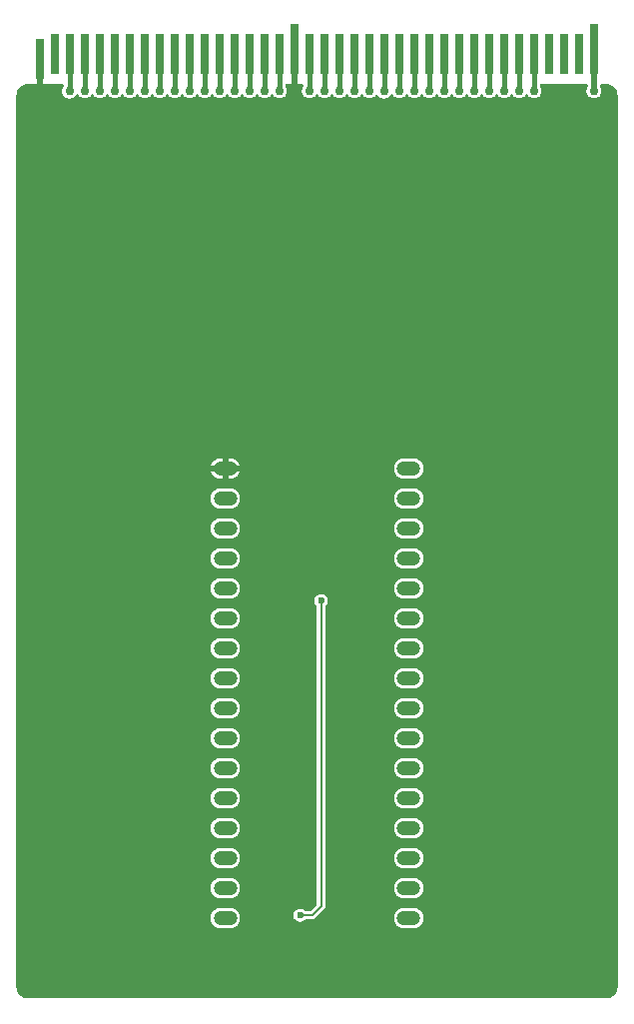
<source format=gtl>
G04 #@! TF.GenerationSoftware,KiCad,Pcbnew,9.0.1*
G04 #@! TF.CreationDate,2025-04-29T10:04:21+02:00*
G04 #@! TF.ProjectId,ProtoHu_revA_layer1,50726f74-6f48-4755-9f72-6576415f6c61,rev?*
G04 #@! TF.SameCoordinates,Original*
G04 #@! TF.FileFunction,Copper,L1,Top*
G04 #@! TF.FilePolarity,Positive*
%FSLAX46Y46*%
G04 Gerber Fmt 4.6, Leading zero omitted, Abs format (unit mm)*
G04 Created by KiCad (PCBNEW 9.0.1) date 2025-04-29 10:04:21*
%MOMM*%
%LPD*%
G01*
G04 APERTURE LIST*
G04 #@! TA.AperFunction,SMDPad,CuDef*
%ADD10R,0.762000X3.479800*%
G04 #@! TD*
G04 #@! TA.AperFunction,SMDPad,CuDef*
%ADD11R,0.762000X4.318000*%
G04 #@! TD*
G04 #@! TA.AperFunction,ComponentPad*
%ADD12O,2.000000X1.250000*%
G04 #@! TD*
G04 #@! TA.AperFunction,ViaPad*
%ADD13C,0.600000*%
G04 #@! TD*
G04 #@! TA.AperFunction,ViaPad*
%ADD14C,0.756400*%
G04 #@! TD*
G04 #@! TA.AperFunction,Conductor*
%ADD15C,0.500000*%
G04 #@! TD*
G04 #@! TA.AperFunction,Conductor*
%ADD16C,0.400000*%
G04 #@! TD*
G04 #@! TA.AperFunction,Conductor*
%ADD17C,0.200000*%
G04 #@! TD*
G04 APERTURE END LIST*
D10*
X124993400Y-66878200D03*
X126263400Y-66471800D03*
X127533400Y-66471800D03*
X128803400Y-66471800D03*
X130073400Y-66471800D03*
X131343400Y-66471800D03*
X132613400Y-66471800D03*
X133883400Y-66471800D03*
X135153400Y-66471800D03*
X136423400Y-66471800D03*
X137693400Y-66471800D03*
X138963400Y-66471800D03*
X140233400Y-66471800D03*
X141503400Y-66471800D03*
X142773400Y-66471800D03*
X144043400Y-66471800D03*
X145313400Y-66471800D03*
D11*
X146583400Y-66065400D03*
D10*
X147853400Y-66471800D03*
X149123400Y-66471800D03*
X150393400Y-66471800D03*
X151663400Y-66471800D03*
X152933400Y-66471800D03*
X154203400Y-66471800D03*
X155473400Y-66471800D03*
X156743400Y-66471800D03*
X158013400Y-66471800D03*
X159283400Y-66471800D03*
X160553400Y-66471800D03*
X161823400Y-66471800D03*
X163093400Y-66471800D03*
X164363400Y-66471800D03*
X165633400Y-66471800D03*
X166903400Y-66471800D03*
X168173400Y-66471800D03*
X169443400Y-66471800D03*
X170713400Y-66471800D03*
D11*
X171983400Y-66065400D03*
D12*
X140716000Y-139700000D03*
X140716000Y-137160000D03*
X140716000Y-134620000D03*
X140716000Y-132080000D03*
X140716000Y-129540000D03*
X140716000Y-127000000D03*
X140716000Y-124460000D03*
X140716000Y-121920000D03*
X140716000Y-119380000D03*
X140716000Y-116840000D03*
X140716000Y-114300000D03*
X140716000Y-111760000D03*
X140716000Y-109220000D03*
X140716000Y-106680000D03*
X140716000Y-104140000D03*
X140716000Y-101600000D03*
X156274000Y-101600000D03*
X156274000Y-104140000D03*
X156274000Y-106680000D03*
X156274000Y-109220000D03*
X156274000Y-111760000D03*
X156274000Y-114300000D03*
X156274000Y-116840000D03*
X156274000Y-119380000D03*
X156274000Y-121920000D03*
X156274000Y-124460000D03*
X156274000Y-127000000D03*
X156274000Y-129540000D03*
X156274000Y-132080000D03*
X156274000Y-134620000D03*
X156274000Y-137160000D03*
X156274000Y-139700000D03*
D13*
X149700000Y-136200000D03*
X151130000Y-120500000D03*
X147300000Y-136200000D03*
X145750000Y-120500000D03*
X153670000Y-136398000D03*
X149700000Y-137700000D03*
X148240000Y-105470600D03*
X151130000Y-117094000D03*
X151130000Y-113284000D03*
X145669000Y-117094000D03*
X147300000Y-137700000D03*
X145669000Y-113284000D03*
D14*
X171983400Y-69570600D03*
X158013400Y-69570600D03*
X159283400Y-69570600D03*
X160553400Y-69570600D03*
X161823400Y-69570600D03*
X163093400Y-69570600D03*
X164363400Y-69570600D03*
X166903400Y-69570600D03*
X165633400Y-69570600D03*
X128803400Y-69570600D03*
X130073400Y-69570600D03*
X131343400Y-69570600D03*
X132613400Y-69570600D03*
X133883400Y-69570600D03*
X135153400Y-69570600D03*
X136423400Y-69570600D03*
X137693400Y-69570600D03*
X138963400Y-69570600D03*
X140233400Y-69570600D03*
X141503400Y-69570600D03*
X142773400Y-69570600D03*
X144043400Y-69570600D03*
X145313400Y-69570600D03*
X147853400Y-69570600D03*
X149123400Y-69570600D03*
X150393400Y-69570600D03*
X151663400Y-69570600D03*
X152933400Y-69570600D03*
D13*
X147066000Y-139446000D03*
X148844000Y-112776000D03*
D14*
X155473400Y-69570600D03*
X156743400Y-69570600D03*
X127508000Y-69596000D03*
X154178000Y-69596000D03*
D15*
X144018000Y-101600000D02*
X140716000Y-101600000D01*
X146583400Y-99034600D02*
X144018000Y-101600000D01*
X124993400Y-90793400D02*
X124993400Y-66878200D01*
X135800000Y-101600000D02*
X124993400Y-90793400D01*
X146583400Y-66065400D02*
X146583400Y-99034600D01*
X140716000Y-101600000D02*
X135800000Y-101600000D01*
X171983400Y-69570600D02*
X171983400Y-66065400D01*
D16*
X158013400Y-69570600D02*
X158013400Y-66471800D01*
X159283400Y-69570600D02*
X159283400Y-66471800D01*
X160553400Y-69570600D02*
X160553400Y-66471800D01*
X161823400Y-69570600D02*
X161823400Y-66471800D01*
X163093400Y-69570600D02*
X163093400Y-66471800D01*
X164363400Y-69570600D02*
X164363400Y-66471800D01*
X166903400Y-69570600D02*
X166903400Y-66471800D01*
X165633400Y-69570600D02*
X165633400Y-66471800D01*
X128803400Y-69570600D02*
X128803400Y-66471800D01*
X130073400Y-66471800D02*
X130073400Y-69570600D01*
X131343400Y-69570600D02*
X131343400Y-66471800D01*
X132613400Y-69570600D02*
X132613400Y-66471800D01*
X133883400Y-69570600D02*
X133883400Y-66471800D01*
X135153400Y-69570600D02*
X135153400Y-66471800D01*
X136423400Y-69570600D02*
X136423400Y-66471800D01*
X137693400Y-69570600D02*
X137693400Y-66471800D01*
X138963400Y-69570600D02*
X138963400Y-66471800D01*
X140233400Y-69570600D02*
X140233400Y-66471800D01*
X141503400Y-69570600D02*
X141503400Y-66471800D01*
X142773400Y-69570600D02*
X142773400Y-66471800D01*
X144043400Y-69570600D02*
X144043400Y-66471800D01*
X145313400Y-69570600D02*
X145313400Y-66471800D01*
X147853400Y-69570600D02*
X147853400Y-66471800D01*
X149123400Y-69570600D02*
X149123400Y-66471800D01*
X150393400Y-69570600D02*
X150393400Y-66471800D01*
X151663400Y-69570600D02*
X151663400Y-66471800D01*
X152933400Y-69570600D02*
X152933400Y-66471800D01*
D17*
X148844000Y-138684000D02*
X148082000Y-139446000D01*
X148082000Y-139446000D02*
X147066000Y-139446000D01*
X148844000Y-112776000D02*
X148844000Y-138684000D01*
D16*
X155473400Y-69570600D02*
X155473400Y-66471800D01*
X156743400Y-69570600D02*
X156743400Y-66471800D01*
X127533400Y-66471800D02*
X127533400Y-69570600D01*
D17*
X127533400Y-69570600D02*
X127508000Y-69596000D01*
D16*
X154203400Y-66471800D02*
X154203400Y-69570600D01*
D17*
X154203400Y-69570600D02*
X154178000Y-69596000D01*
G04 #@! TA.AperFunction,Conductor*
G36*
X126985155Y-69019685D02*
G01*
X127030910Y-69072489D01*
X127040854Y-69141647D01*
X127021218Y-69192891D01*
X126950854Y-69298196D01*
X126950853Y-69298198D01*
X126903461Y-69412613D01*
X126903459Y-69412621D01*
X126879300Y-69534075D01*
X126879300Y-69534078D01*
X126879300Y-69657922D01*
X126879300Y-69657924D01*
X126879299Y-69657924D01*
X126903459Y-69779378D01*
X126903461Y-69779386D01*
X126950853Y-69893801D01*
X126950854Y-69893804D01*
X127019656Y-69996772D01*
X127019659Y-69996776D01*
X127107223Y-70084340D01*
X127107227Y-70084343D01*
X127210195Y-70153145D01*
X127210197Y-70153145D01*
X127210199Y-70153147D01*
X127324615Y-70200539D01*
X127354360Y-70206455D01*
X127446075Y-70224700D01*
X127446078Y-70224700D01*
X127569924Y-70224700D01*
X127631067Y-70212537D01*
X127691385Y-70200539D01*
X127805801Y-70153147D01*
X127908773Y-70084343D01*
X127996343Y-69996773D01*
X128061084Y-69899880D01*
X128114694Y-69855077D01*
X128184019Y-69846370D01*
X128247047Y-69876524D01*
X128267287Y-69899881D01*
X128315059Y-69971376D01*
X128402623Y-70058940D01*
X128402627Y-70058943D01*
X128505595Y-70127745D01*
X128505597Y-70127745D01*
X128505599Y-70127747D01*
X128620015Y-70175139D01*
X128649760Y-70181055D01*
X128741475Y-70199300D01*
X128741478Y-70199300D01*
X128865324Y-70199300D01*
X128926467Y-70187137D01*
X128986785Y-70175139D01*
X129101201Y-70127747D01*
X129204173Y-70058943D01*
X129291743Y-69971373D01*
X129335298Y-69906189D01*
X129388910Y-69861384D01*
X129458235Y-69852677D01*
X129521263Y-69882831D01*
X129541502Y-69906189D01*
X129585056Y-69971372D01*
X129585059Y-69971376D01*
X129672623Y-70058940D01*
X129672627Y-70058943D01*
X129775595Y-70127745D01*
X129775597Y-70127745D01*
X129775599Y-70127747D01*
X129890015Y-70175139D01*
X129919760Y-70181055D01*
X130011475Y-70199300D01*
X130011478Y-70199300D01*
X130135324Y-70199300D01*
X130196467Y-70187137D01*
X130256785Y-70175139D01*
X130371201Y-70127747D01*
X130474173Y-70058943D01*
X130561743Y-69971373D01*
X130605298Y-69906189D01*
X130658910Y-69861384D01*
X130728235Y-69852677D01*
X130791263Y-69882831D01*
X130811502Y-69906189D01*
X130855056Y-69971372D01*
X130855059Y-69971376D01*
X130942623Y-70058940D01*
X130942627Y-70058943D01*
X131045595Y-70127745D01*
X131045597Y-70127745D01*
X131045599Y-70127747D01*
X131160015Y-70175139D01*
X131189760Y-70181055D01*
X131281475Y-70199300D01*
X131281478Y-70199300D01*
X131405324Y-70199300D01*
X131466467Y-70187137D01*
X131526785Y-70175139D01*
X131641201Y-70127747D01*
X131744173Y-70058943D01*
X131831743Y-69971373D01*
X131875298Y-69906189D01*
X131928910Y-69861384D01*
X131998235Y-69852677D01*
X132061263Y-69882831D01*
X132081502Y-69906189D01*
X132125056Y-69971372D01*
X132125059Y-69971376D01*
X132212623Y-70058940D01*
X132212627Y-70058943D01*
X132315595Y-70127745D01*
X132315597Y-70127745D01*
X132315599Y-70127747D01*
X132430015Y-70175139D01*
X132459760Y-70181055D01*
X132551475Y-70199300D01*
X132551478Y-70199300D01*
X132675324Y-70199300D01*
X132736467Y-70187137D01*
X132796785Y-70175139D01*
X132911201Y-70127747D01*
X133014173Y-70058943D01*
X133101743Y-69971373D01*
X133145298Y-69906189D01*
X133198910Y-69861384D01*
X133268235Y-69852677D01*
X133331263Y-69882831D01*
X133351502Y-69906189D01*
X133395056Y-69971372D01*
X133395059Y-69971376D01*
X133482623Y-70058940D01*
X133482627Y-70058943D01*
X133585595Y-70127745D01*
X133585597Y-70127745D01*
X133585599Y-70127747D01*
X133700015Y-70175139D01*
X133729760Y-70181055D01*
X133821475Y-70199300D01*
X133821478Y-70199300D01*
X133945324Y-70199300D01*
X134006467Y-70187137D01*
X134066785Y-70175139D01*
X134181201Y-70127747D01*
X134284173Y-70058943D01*
X134371743Y-69971373D01*
X134415298Y-69906189D01*
X134468910Y-69861384D01*
X134538235Y-69852677D01*
X134601263Y-69882831D01*
X134621502Y-69906189D01*
X134665056Y-69971372D01*
X134665059Y-69971376D01*
X134752623Y-70058940D01*
X134752627Y-70058943D01*
X134855595Y-70127745D01*
X134855597Y-70127745D01*
X134855599Y-70127747D01*
X134970015Y-70175139D01*
X134999760Y-70181055D01*
X135091475Y-70199300D01*
X135091478Y-70199300D01*
X135215324Y-70199300D01*
X135276467Y-70187137D01*
X135336785Y-70175139D01*
X135451201Y-70127747D01*
X135554173Y-70058943D01*
X135641743Y-69971373D01*
X135685298Y-69906189D01*
X135738910Y-69861384D01*
X135808235Y-69852677D01*
X135871263Y-69882831D01*
X135891502Y-69906189D01*
X135935056Y-69971372D01*
X135935059Y-69971376D01*
X136022623Y-70058940D01*
X136022627Y-70058943D01*
X136125595Y-70127745D01*
X136125597Y-70127745D01*
X136125599Y-70127747D01*
X136240015Y-70175139D01*
X136269760Y-70181055D01*
X136361475Y-70199300D01*
X136361478Y-70199300D01*
X136485324Y-70199300D01*
X136546467Y-70187137D01*
X136606785Y-70175139D01*
X136721201Y-70127747D01*
X136824173Y-70058943D01*
X136911743Y-69971373D01*
X136955298Y-69906189D01*
X137008910Y-69861384D01*
X137078235Y-69852677D01*
X137141263Y-69882831D01*
X137161502Y-69906189D01*
X137205056Y-69971372D01*
X137205059Y-69971376D01*
X137292623Y-70058940D01*
X137292627Y-70058943D01*
X137395595Y-70127745D01*
X137395597Y-70127745D01*
X137395599Y-70127747D01*
X137510015Y-70175139D01*
X137539760Y-70181055D01*
X137631475Y-70199300D01*
X137631478Y-70199300D01*
X137755324Y-70199300D01*
X137816467Y-70187137D01*
X137876785Y-70175139D01*
X137991201Y-70127747D01*
X138094173Y-70058943D01*
X138181743Y-69971373D01*
X138225298Y-69906189D01*
X138278910Y-69861384D01*
X138348235Y-69852677D01*
X138411263Y-69882831D01*
X138431502Y-69906189D01*
X138475056Y-69971372D01*
X138475059Y-69971376D01*
X138562623Y-70058940D01*
X138562627Y-70058943D01*
X138665595Y-70127745D01*
X138665597Y-70127745D01*
X138665599Y-70127747D01*
X138780015Y-70175139D01*
X138809760Y-70181055D01*
X138901475Y-70199300D01*
X138901478Y-70199300D01*
X139025324Y-70199300D01*
X139086467Y-70187137D01*
X139146785Y-70175139D01*
X139261201Y-70127747D01*
X139364173Y-70058943D01*
X139451743Y-69971373D01*
X139495298Y-69906189D01*
X139548910Y-69861384D01*
X139618235Y-69852677D01*
X139681263Y-69882831D01*
X139701502Y-69906189D01*
X139745056Y-69971372D01*
X139745059Y-69971376D01*
X139832623Y-70058940D01*
X139832627Y-70058943D01*
X139935595Y-70127745D01*
X139935597Y-70127745D01*
X139935599Y-70127747D01*
X140050015Y-70175139D01*
X140079760Y-70181055D01*
X140171475Y-70199300D01*
X140171478Y-70199300D01*
X140295324Y-70199300D01*
X140356467Y-70187137D01*
X140416785Y-70175139D01*
X140531201Y-70127747D01*
X140634173Y-70058943D01*
X140721743Y-69971373D01*
X140765298Y-69906189D01*
X140818910Y-69861384D01*
X140888235Y-69852677D01*
X140951263Y-69882831D01*
X140971502Y-69906189D01*
X141015056Y-69971372D01*
X141015059Y-69971376D01*
X141102623Y-70058940D01*
X141102627Y-70058943D01*
X141205595Y-70127745D01*
X141205597Y-70127745D01*
X141205599Y-70127747D01*
X141320015Y-70175139D01*
X141349760Y-70181055D01*
X141441475Y-70199300D01*
X141441478Y-70199300D01*
X141565324Y-70199300D01*
X141626467Y-70187137D01*
X141686785Y-70175139D01*
X141801201Y-70127747D01*
X141904173Y-70058943D01*
X141991743Y-69971373D01*
X142035298Y-69906189D01*
X142088910Y-69861384D01*
X142158235Y-69852677D01*
X142221263Y-69882831D01*
X142241502Y-69906189D01*
X142285056Y-69971372D01*
X142285059Y-69971376D01*
X142372623Y-70058940D01*
X142372627Y-70058943D01*
X142475595Y-70127745D01*
X142475597Y-70127745D01*
X142475599Y-70127747D01*
X142590015Y-70175139D01*
X142619760Y-70181055D01*
X142711475Y-70199300D01*
X142711478Y-70199300D01*
X142835324Y-70199300D01*
X142896467Y-70187137D01*
X142956785Y-70175139D01*
X143071201Y-70127747D01*
X143174173Y-70058943D01*
X143261743Y-69971373D01*
X143305298Y-69906189D01*
X143358910Y-69861384D01*
X143428235Y-69852677D01*
X143491263Y-69882831D01*
X143511502Y-69906189D01*
X143555056Y-69971372D01*
X143555059Y-69971376D01*
X143642623Y-70058940D01*
X143642627Y-70058943D01*
X143745595Y-70127745D01*
X143745597Y-70127745D01*
X143745599Y-70127747D01*
X143860015Y-70175139D01*
X143889760Y-70181055D01*
X143981475Y-70199300D01*
X143981478Y-70199300D01*
X144105324Y-70199300D01*
X144166467Y-70187137D01*
X144226785Y-70175139D01*
X144341201Y-70127747D01*
X144444173Y-70058943D01*
X144531743Y-69971373D01*
X144575298Y-69906189D01*
X144628910Y-69861384D01*
X144698235Y-69852677D01*
X144761263Y-69882831D01*
X144781502Y-69906189D01*
X144825056Y-69971372D01*
X144825059Y-69971376D01*
X144912623Y-70058940D01*
X144912627Y-70058943D01*
X145015595Y-70127745D01*
X145015597Y-70127745D01*
X145015599Y-70127747D01*
X145130015Y-70175139D01*
X145159760Y-70181055D01*
X145251475Y-70199300D01*
X145251478Y-70199300D01*
X145375324Y-70199300D01*
X145436467Y-70187137D01*
X145496785Y-70175139D01*
X145611201Y-70127747D01*
X145714173Y-70058943D01*
X145801743Y-69971373D01*
X145870547Y-69868401D01*
X145917939Y-69753985D01*
X145942100Y-69632522D01*
X145942100Y-69508678D01*
X145942100Y-69508675D01*
X145917940Y-69387221D01*
X145917939Y-69387215D01*
X145870547Y-69272799D01*
X145817154Y-69192891D01*
X145796276Y-69126214D01*
X145814760Y-69058834D01*
X145866739Y-69012143D01*
X145920256Y-69000000D01*
X147246544Y-69000000D01*
X147313583Y-69019685D01*
X147359338Y-69072489D01*
X147369282Y-69141647D01*
X147349646Y-69192891D01*
X147296254Y-69272796D01*
X147296253Y-69272798D01*
X147248861Y-69387213D01*
X147248859Y-69387221D01*
X147224700Y-69508675D01*
X147224700Y-69508678D01*
X147224700Y-69632522D01*
X147224700Y-69632524D01*
X147224699Y-69632524D01*
X147248859Y-69753978D01*
X147248861Y-69753986D01*
X147296253Y-69868401D01*
X147296254Y-69868404D01*
X147365056Y-69971372D01*
X147365059Y-69971376D01*
X147452623Y-70058940D01*
X147452627Y-70058943D01*
X147555595Y-70127745D01*
X147555597Y-70127745D01*
X147555599Y-70127747D01*
X147670015Y-70175139D01*
X147699760Y-70181055D01*
X147791475Y-70199300D01*
X147791478Y-70199300D01*
X147915324Y-70199300D01*
X147976467Y-70187137D01*
X148036785Y-70175139D01*
X148151201Y-70127747D01*
X148254173Y-70058943D01*
X148341743Y-69971373D01*
X148385298Y-69906189D01*
X148438910Y-69861384D01*
X148508235Y-69852677D01*
X148571263Y-69882831D01*
X148591502Y-69906189D01*
X148635056Y-69971372D01*
X148635059Y-69971376D01*
X148722623Y-70058940D01*
X148722627Y-70058943D01*
X148825595Y-70127745D01*
X148825597Y-70127745D01*
X148825599Y-70127747D01*
X148940015Y-70175139D01*
X148969760Y-70181055D01*
X149061475Y-70199300D01*
X149061478Y-70199300D01*
X149185324Y-70199300D01*
X149246467Y-70187137D01*
X149306785Y-70175139D01*
X149421201Y-70127747D01*
X149524173Y-70058943D01*
X149611743Y-69971373D01*
X149655298Y-69906189D01*
X149708910Y-69861384D01*
X149778235Y-69852677D01*
X149841263Y-69882831D01*
X149861502Y-69906189D01*
X149905056Y-69971372D01*
X149905059Y-69971376D01*
X149992623Y-70058940D01*
X149992627Y-70058943D01*
X150095595Y-70127745D01*
X150095597Y-70127745D01*
X150095599Y-70127747D01*
X150210015Y-70175139D01*
X150239760Y-70181055D01*
X150331475Y-70199300D01*
X150331478Y-70199300D01*
X150455324Y-70199300D01*
X150516467Y-70187137D01*
X150576785Y-70175139D01*
X150691201Y-70127747D01*
X150794173Y-70058943D01*
X150881743Y-69971373D01*
X150925298Y-69906189D01*
X150978910Y-69861384D01*
X151048235Y-69852677D01*
X151111263Y-69882831D01*
X151131502Y-69906189D01*
X151175056Y-69971372D01*
X151175059Y-69971376D01*
X151262623Y-70058940D01*
X151262627Y-70058943D01*
X151365595Y-70127745D01*
X151365597Y-70127745D01*
X151365599Y-70127747D01*
X151480015Y-70175139D01*
X151509760Y-70181055D01*
X151601475Y-70199300D01*
X151601478Y-70199300D01*
X151725324Y-70199300D01*
X151786467Y-70187137D01*
X151846785Y-70175139D01*
X151961201Y-70127747D01*
X152064173Y-70058943D01*
X152151743Y-69971373D01*
X152195298Y-69906189D01*
X152248910Y-69861384D01*
X152318235Y-69852677D01*
X152381263Y-69882831D01*
X152401502Y-69906189D01*
X152445056Y-69971372D01*
X152445059Y-69971376D01*
X152532623Y-70058940D01*
X152532627Y-70058943D01*
X152635595Y-70127745D01*
X152635597Y-70127745D01*
X152635599Y-70127747D01*
X152750015Y-70175139D01*
X152779760Y-70181055D01*
X152871475Y-70199300D01*
X152871478Y-70199300D01*
X152995324Y-70199300D01*
X153056467Y-70187137D01*
X153116785Y-70175139D01*
X153231201Y-70127747D01*
X153334173Y-70058943D01*
X153421743Y-69971373D01*
X153444112Y-69937896D01*
X153497724Y-69893091D01*
X153567049Y-69884384D01*
X153630077Y-69914538D01*
X153650316Y-69937896D01*
X153689656Y-69996772D01*
X153689659Y-69996776D01*
X153777223Y-70084340D01*
X153777227Y-70084343D01*
X153880195Y-70153145D01*
X153880197Y-70153145D01*
X153880199Y-70153147D01*
X153994615Y-70200539D01*
X154024360Y-70206455D01*
X154116075Y-70224700D01*
X154116078Y-70224700D01*
X154239924Y-70224700D01*
X154301067Y-70212537D01*
X154361385Y-70200539D01*
X154475801Y-70153147D01*
X154578773Y-70084343D01*
X154666343Y-69996773D01*
X154731084Y-69899880D01*
X154784694Y-69855077D01*
X154854019Y-69846370D01*
X154917047Y-69876524D01*
X154937287Y-69899881D01*
X154985059Y-69971376D01*
X155072623Y-70058940D01*
X155072627Y-70058943D01*
X155175595Y-70127745D01*
X155175597Y-70127745D01*
X155175599Y-70127747D01*
X155290015Y-70175139D01*
X155319760Y-70181055D01*
X155411475Y-70199300D01*
X155411478Y-70199300D01*
X155535324Y-70199300D01*
X155596467Y-70187137D01*
X155656785Y-70175139D01*
X155771201Y-70127747D01*
X155874173Y-70058943D01*
X155961743Y-69971373D01*
X156005298Y-69906189D01*
X156058910Y-69861384D01*
X156128235Y-69852677D01*
X156191263Y-69882831D01*
X156211502Y-69906189D01*
X156255056Y-69971372D01*
X156255059Y-69971376D01*
X156342623Y-70058940D01*
X156342627Y-70058943D01*
X156445595Y-70127745D01*
X156445597Y-70127745D01*
X156445599Y-70127747D01*
X156560015Y-70175139D01*
X156589760Y-70181055D01*
X156681475Y-70199300D01*
X156681478Y-70199300D01*
X156805324Y-70199300D01*
X156866467Y-70187137D01*
X156926785Y-70175139D01*
X157041201Y-70127747D01*
X157144173Y-70058943D01*
X157231743Y-69971373D01*
X157275298Y-69906189D01*
X157328910Y-69861384D01*
X157398235Y-69852677D01*
X157461263Y-69882831D01*
X157481502Y-69906189D01*
X157525056Y-69971372D01*
X157525059Y-69971376D01*
X157612623Y-70058940D01*
X157612627Y-70058943D01*
X157715595Y-70127745D01*
X157715597Y-70127745D01*
X157715599Y-70127747D01*
X157830015Y-70175139D01*
X157859760Y-70181055D01*
X157951475Y-70199300D01*
X157951478Y-70199300D01*
X158075324Y-70199300D01*
X158136467Y-70187137D01*
X158196785Y-70175139D01*
X158311201Y-70127747D01*
X158414173Y-70058943D01*
X158501743Y-69971373D01*
X158545298Y-69906189D01*
X158598910Y-69861384D01*
X158668235Y-69852677D01*
X158731263Y-69882831D01*
X158751502Y-69906189D01*
X158795056Y-69971372D01*
X158795059Y-69971376D01*
X158882623Y-70058940D01*
X158882627Y-70058943D01*
X158985595Y-70127745D01*
X158985597Y-70127745D01*
X158985599Y-70127747D01*
X159100015Y-70175139D01*
X159129760Y-70181055D01*
X159221475Y-70199300D01*
X159221478Y-70199300D01*
X159345324Y-70199300D01*
X159406467Y-70187137D01*
X159466785Y-70175139D01*
X159581201Y-70127747D01*
X159684173Y-70058943D01*
X159771743Y-69971373D01*
X159815298Y-69906189D01*
X159868910Y-69861384D01*
X159938235Y-69852677D01*
X160001263Y-69882831D01*
X160021502Y-69906189D01*
X160065056Y-69971372D01*
X160065059Y-69971376D01*
X160152623Y-70058940D01*
X160152627Y-70058943D01*
X160255595Y-70127745D01*
X160255597Y-70127745D01*
X160255599Y-70127747D01*
X160370015Y-70175139D01*
X160399760Y-70181055D01*
X160491475Y-70199300D01*
X160491478Y-70199300D01*
X160615324Y-70199300D01*
X160676467Y-70187137D01*
X160736785Y-70175139D01*
X160851201Y-70127747D01*
X160954173Y-70058943D01*
X161041743Y-69971373D01*
X161085298Y-69906189D01*
X161138910Y-69861384D01*
X161208235Y-69852677D01*
X161271263Y-69882831D01*
X161291502Y-69906189D01*
X161335056Y-69971372D01*
X161335059Y-69971376D01*
X161422623Y-70058940D01*
X161422627Y-70058943D01*
X161525595Y-70127745D01*
X161525597Y-70127745D01*
X161525599Y-70127747D01*
X161640015Y-70175139D01*
X161669760Y-70181055D01*
X161761475Y-70199300D01*
X161761478Y-70199300D01*
X161885324Y-70199300D01*
X161946467Y-70187137D01*
X162006785Y-70175139D01*
X162121201Y-70127747D01*
X162224173Y-70058943D01*
X162311743Y-69971373D01*
X162355298Y-69906189D01*
X162408910Y-69861384D01*
X162478235Y-69852677D01*
X162541263Y-69882831D01*
X162561502Y-69906189D01*
X162605056Y-69971372D01*
X162605059Y-69971376D01*
X162692623Y-70058940D01*
X162692627Y-70058943D01*
X162795595Y-70127745D01*
X162795597Y-70127745D01*
X162795599Y-70127747D01*
X162910015Y-70175139D01*
X162939760Y-70181055D01*
X163031475Y-70199300D01*
X163031478Y-70199300D01*
X163155324Y-70199300D01*
X163216467Y-70187137D01*
X163276785Y-70175139D01*
X163391201Y-70127747D01*
X163494173Y-70058943D01*
X163581743Y-69971373D01*
X163625298Y-69906189D01*
X163678910Y-69861384D01*
X163748235Y-69852677D01*
X163811263Y-69882831D01*
X163831502Y-69906189D01*
X163875056Y-69971372D01*
X163875059Y-69971376D01*
X163962623Y-70058940D01*
X163962627Y-70058943D01*
X164065595Y-70127745D01*
X164065597Y-70127745D01*
X164065599Y-70127747D01*
X164180015Y-70175139D01*
X164209760Y-70181055D01*
X164301475Y-70199300D01*
X164301478Y-70199300D01*
X164425324Y-70199300D01*
X164486467Y-70187137D01*
X164546785Y-70175139D01*
X164661201Y-70127747D01*
X164764173Y-70058943D01*
X164851743Y-69971373D01*
X164895298Y-69906189D01*
X164948910Y-69861384D01*
X165018235Y-69852677D01*
X165081263Y-69882831D01*
X165101502Y-69906189D01*
X165145056Y-69971372D01*
X165145059Y-69971376D01*
X165232623Y-70058940D01*
X165232627Y-70058943D01*
X165335595Y-70127745D01*
X165335597Y-70127745D01*
X165335599Y-70127747D01*
X165450015Y-70175139D01*
X165479760Y-70181055D01*
X165571475Y-70199300D01*
X165571478Y-70199300D01*
X165695324Y-70199300D01*
X165756467Y-70187137D01*
X165816785Y-70175139D01*
X165931201Y-70127747D01*
X166034173Y-70058943D01*
X166121743Y-69971373D01*
X166165298Y-69906189D01*
X166218910Y-69861384D01*
X166288235Y-69852677D01*
X166351263Y-69882831D01*
X166371502Y-69906189D01*
X166415056Y-69971372D01*
X166415059Y-69971376D01*
X166502623Y-70058940D01*
X166502627Y-70058943D01*
X166605595Y-70127745D01*
X166605597Y-70127745D01*
X166605599Y-70127747D01*
X166720015Y-70175139D01*
X166749760Y-70181055D01*
X166841475Y-70199300D01*
X166841478Y-70199300D01*
X166965324Y-70199300D01*
X167026467Y-70187137D01*
X167086785Y-70175139D01*
X167201201Y-70127747D01*
X167304173Y-70058943D01*
X167391743Y-69971373D01*
X167460547Y-69868401D01*
X167507939Y-69753985D01*
X167532100Y-69632522D01*
X167532100Y-69508678D01*
X167532100Y-69508675D01*
X167507940Y-69387221D01*
X167507939Y-69387215D01*
X167460547Y-69272799D01*
X167407154Y-69192891D01*
X167386276Y-69126214D01*
X167404760Y-69058834D01*
X167456739Y-69012143D01*
X167510256Y-69000000D01*
X171358900Y-69000000D01*
X171367585Y-69002550D01*
X171376547Y-69001262D01*
X171400587Y-69012240D01*
X171425939Y-69019685D01*
X171431866Y-69026525D01*
X171440103Y-69030287D01*
X171454392Y-69052521D01*
X171471694Y-69072489D01*
X171473981Y-69083003D01*
X171477877Y-69089065D01*
X171482900Y-69124000D01*
X171482900Y-69150405D01*
X171463215Y-69217444D01*
X171462002Y-69219296D01*
X171426254Y-69272795D01*
X171426253Y-69272798D01*
X171378861Y-69387213D01*
X171378859Y-69387221D01*
X171354700Y-69508675D01*
X171354700Y-69508678D01*
X171354700Y-69632522D01*
X171354700Y-69632524D01*
X171354699Y-69632524D01*
X171378859Y-69753978D01*
X171378861Y-69753986D01*
X171426253Y-69868401D01*
X171426254Y-69868404D01*
X171495056Y-69971372D01*
X171495059Y-69971376D01*
X171582623Y-70058940D01*
X171582627Y-70058943D01*
X171685595Y-70127745D01*
X171685597Y-70127745D01*
X171685599Y-70127747D01*
X171800015Y-70175139D01*
X171829760Y-70181055D01*
X171921475Y-70199300D01*
X171921478Y-70199300D01*
X172045324Y-70199300D01*
X172106467Y-70187137D01*
X172166785Y-70175139D01*
X172281201Y-70127747D01*
X172384173Y-70058943D01*
X172471743Y-69971373D01*
X172540547Y-69868401D01*
X172587939Y-69753985D01*
X172612100Y-69632522D01*
X172612100Y-69508678D01*
X172612100Y-69508675D01*
X172587940Y-69387221D01*
X172587939Y-69387215D01*
X172540547Y-69272799D01*
X172540545Y-69272796D01*
X172540545Y-69272795D01*
X172504798Y-69219296D01*
X172499147Y-69201249D01*
X172488923Y-69185340D01*
X172484471Y-69154378D01*
X172483920Y-69152618D01*
X172483900Y-69150405D01*
X172483900Y-69124000D01*
X172503585Y-69056961D01*
X172556389Y-69011206D01*
X172607900Y-69000000D01*
X172993907Y-69000000D01*
X173006061Y-69000597D01*
X173182941Y-69018018D01*
X173206769Y-69022757D01*
X173371001Y-69072576D01*
X173393453Y-69081877D01*
X173544798Y-69162772D01*
X173565010Y-69176277D01*
X173697666Y-69285145D01*
X173714854Y-69302333D01*
X173823722Y-69434989D01*
X173837227Y-69455201D01*
X173918121Y-69606543D01*
X173927424Y-69629001D01*
X173977240Y-69793224D01*
X173981982Y-69817065D01*
X173999403Y-69993938D01*
X174000000Y-70006092D01*
X174000000Y-145493907D01*
X173999403Y-145506061D01*
X173981982Y-145682934D01*
X173977240Y-145706775D01*
X173927424Y-145870998D01*
X173918121Y-145893456D01*
X173837227Y-146044798D01*
X173823722Y-146065010D01*
X173714854Y-146197666D01*
X173697666Y-146214854D01*
X173565010Y-146323722D01*
X173544798Y-146337227D01*
X173393456Y-146418121D01*
X173370998Y-146427424D01*
X173206775Y-146477240D01*
X173182934Y-146481982D01*
X173006061Y-146499403D01*
X172993907Y-146500000D01*
X137000000Y-146500000D01*
X124006093Y-146500000D01*
X123993939Y-146499403D01*
X123817065Y-146481982D01*
X123793224Y-146477240D01*
X123629001Y-146427424D01*
X123606543Y-146418121D01*
X123455201Y-146337227D01*
X123434989Y-146323722D01*
X123302333Y-146214854D01*
X123285145Y-146197666D01*
X123176277Y-146065010D01*
X123162772Y-146044798D01*
X123081878Y-145893456D01*
X123072575Y-145870998D01*
X123022757Y-145706769D01*
X123018018Y-145682941D01*
X123000597Y-145506061D01*
X123000000Y-145493907D01*
X123000000Y-139613766D01*
X139465500Y-139613766D01*
X139465500Y-139786233D01*
X139499143Y-139955366D01*
X139499146Y-139955378D01*
X139565138Y-140114698D01*
X139565145Y-140114711D01*
X139660954Y-140258098D01*
X139660957Y-140258102D01*
X139782897Y-140380042D01*
X139782901Y-140380045D01*
X139926288Y-140475854D01*
X139926301Y-140475861D01*
X140085621Y-140541853D01*
X140085626Y-140541855D01*
X140254766Y-140575499D01*
X140254769Y-140575500D01*
X140254771Y-140575500D01*
X141177231Y-140575500D01*
X141177232Y-140575499D01*
X141346374Y-140541855D01*
X141505705Y-140475858D01*
X141649099Y-140380045D01*
X141771045Y-140258099D01*
X141866858Y-140114705D01*
X141932855Y-139955374D01*
X141966500Y-139786229D01*
X141966500Y-139613771D01*
X141966500Y-139613768D01*
X141966499Y-139613766D01*
X141932856Y-139444633D01*
X141932855Y-139444626D01*
X141903404Y-139373525D01*
X146515500Y-139373525D01*
X146515500Y-139518475D01*
X146541034Y-139613768D01*
X146553017Y-139658488D01*
X146625488Y-139784011D01*
X146625490Y-139784013D01*
X146625491Y-139784015D01*
X146727985Y-139886509D01*
X146727986Y-139886510D01*
X146727988Y-139886511D01*
X146853511Y-139958982D01*
X146853512Y-139958982D01*
X146853515Y-139958984D01*
X146993525Y-139996500D01*
X146993528Y-139996500D01*
X147138472Y-139996500D01*
X147138475Y-139996500D01*
X147278485Y-139958984D01*
X147404015Y-139886509D01*
X147457705Y-139832819D01*
X147519028Y-139799334D01*
X147545386Y-139796500D01*
X148128142Y-139796500D01*
X148128144Y-139796500D01*
X148217288Y-139772614D01*
X148227912Y-139766480D01*
X148297212Y-139726470D01*
X148409916Y-139613766D01*
X155023500Y-139613766D01*
X155023500Y-139786233D01*
X155057143Y-139955366D01*
X155057146Y-139955378D01*
X155123138Y-140114698D01*
X155123145Y-140114711D01*
X155218954Y-140258098D01*
X155218957Y-140258102D01*
X155340897Y-140380042D01*
X155340901Y-140380045D01*
X155484288Y-140475854D01*
X155484301Y-140475861D01*
X155643621Y-140541853D01*
X155643626Y-140541855D01*
X155812766Y-140575499D01*
X155812769Y-140575500D01*
X155812771Y-140575500D01*
X156735231Y-140575500D01*
X156735232Y-140575499D01*
X156904374Y-140541855D01*
X157063705Y-140475858D01*
X157207099Y-140380045D01*
X157329045Y-140258099D01*
X157424858Y-140114705D01*
X157490855Y-139955374D01*
X157524500Y-139786229D01*
X157524500Y-139613771D01*
X157524500Y-139613768D01*
X157524499Y-139613766D01*
X157490856Y-139444633D01*
X157490855Y-139444626D01*
X157490853Y-139444621D01*
X157424861Y-139285301D01*
X157424854Y-139285288D01*
X157329045Y-139141901D01*
X157329042Y-139141897D01*
X157207102Y-139019957D01*
X157207098Y-139019954D01*
X157063711Y-138924145D01*
X157063698Y-138924138D01*
X156904378Y-138858146D01*
X156904366Y-138858143D01*
X156735232Y-138824500D01*
X156735229Y-138824500D01*
X155812771Y-138824500D01*
X155812768Y-138824500D01*
X155643633Y-138858143D01*
X155643621Y-138858146D01*
X155484301Y-138924138D01*
X155484288Y-138924145D01*
X155340901Y-139019954D01*
X155340897Y-139019957D01*
X155218957Y-139141897D01*
X155218954Y-139141901D01*
X155123145Y-139285288D01*
X155123138Y-139285301D01*
X155057146Y-139444621D01*
X155057143Y-139444633D01*
X155023500Y-139613766D01*
X148409916Y-139613766D01*
X149124470Y-138899212D01*
X149170614Y-138819288D01*
X149194500Y-138730143D01*
X149194500Y-138637856D01*
X149194500Y-137073766D01*
X155023500Y-137073766D01*
X155023500Y-137246233D01*
X155057143Y-137415366D01*
X155057146Y-137415378D01*
X155123138Y-137574698D01*
X155123145Y-137574711D01*
X155218954Y-137718098D01*
X155218957Y-137718102D01*
X155340897Y-137840042D01*
X155340901Y-137840045D01*
X155484288Y-137935854D01*
X155484301Y-137935861D01*
X155643621Y-138001853D01*
X155643626Y-138001855D01*
X155812766Y-138035499D01*
X155812769Y-138035500D01*
X155812771Y-138035500D01*
X156735231Y-138035500D01*
X156735232Y-138035499D01*
X156904374Y-138001855D01*
X157063705Y-137935858D01*
X157207099Y-137840045D01*
X157329045Y-137718099D01*
X157424858Y-137574705D01*
X157490855Y-137415374D01*
X157524500Y-137246229D01*
X157524500Y-137073771D01*
X157524500Y-137073768D01*
X157524499Y-137073766D01*
X157490856Y-136904633D01*
X157490855Y-136904626D01*
X157490853Y-136904621D01*
X157424861Y-136745301D01*
X157424854Y-136745288D01*
X157329045Y-136601901D01*
X157329042Y-136601897D01*
X157207102Y-136479957D01*
X157207098Y-136479954D01*
X157063711Y-136384145D01*
X157063698Y-136384138D01*
X156904378Y-136318146D01*
X156904366Y-136318143D01*
X156735232Y-136284500D01*
X156735229Y-136284500D01*
X155812771Y-136284500D01*
X155812768Y-136284500D01*
X155643633Y-136318143D01*
X155643621Y-136318146D01*
X155484301Y-136384138D01*
X155484288Y-136384145D01*
X155340901Y-136479954D01*
X155340897Y-136479957D01*
X155218957Y-136601897D01*
X155218954Y-136601901D01*
X155123145Y-136745288D01*
X155123138Y-136745301D01*
X155057146Y-136904621D01*
X155057143Y-136904633D01*
X155023500Y-137073766D01*
X149194500Y-137073766D01*
X149194500Y-134533766D01*
X155023500Y-134533766D01*
X155023500Y-134706233D01*
X155057143Y-134875366D01*
X155057146Y-134875378D01*
X155123138Y-135034698D01*
X155123145Y-135034711D01*
X155218954Y-135178098D01*
X155218957Y-135178102D01*
X155340897Y-135300042D01*
X155340901Y-135300045D01*
X155484288Y-135395854D01*
X155484301Y-135395861D01*
X155643621Y-135461853D01*
X155643626Y-135461855D01*
X155812766Y-135495499D01*
X155812769Y-135495500D01*
X155812771Y-135495500D01*
X156735231Y-135495500D01*
X156735232Y-135495499D01*
X156904374Y-135461855D01*
X157063705Y-135395858D01*
X157207099Y-135300045D01*
X157329045Y-135178099D01*
X157424858Y-135034705D01*
X157490855Y-134875374D01*
X157524500Y-134706229D01*
X157524500Y-134533771D01*
X157524500Y-134533768D01*
X157524499Y-134533766D01*
X157490856Y-134364633D01*
X157490855Y-134364626D01*
X157490853Y-134364621D01*
X157424861Y-134205301D01*
X157424854Y-134205288D01*
X157329045Y-134061901D01*
X157329042Y-134061897D01*
X157207102Y-133939957D01*
X157207098Y-133939954D01*
X157063711Y-133844145D01*
X157063698Y-133844138D01*
X156904378Y-133778146D01*
X156904366Y-133778143D01*
X156735232Y-133744500D01*
X156735229Y-133744500D01*
X155812771Y-133744500D01*
X155812768Y-133744500D01*
X155643633Y-133778143D01*
X155643621Y-133778146D01*
X155484301Y-133844138D01*
X155484288Y-133844145D01*
X155340901Y-133939954D01*
X155340897Y-133939957D01*
X155218957Y-134061897D01*
X155218954Y-134061901D01*
X155123145Y-134205288D01*
X155123138Y-134205301D01*
X155057146Y-134364621D01*
X155057143Y-134364633D01*
X155023500Y-134533766D01*
X149194500Y-134533766D01*
X149194500Y-131993766D01*
X155023500Y-131993766D01*
X155023500Y-132166233D01*
X155057143Y-132335366D01*
X155057146Y-132335378D01*
X155123138Y-132494698D01*
X155123145Y-132494711D01*
X155218954Y-132638098D01*
X155218957Y-132638102D01*
X155340897Y-132760042D01*
X155340901Y-132760045D01*
X155484288Y-132855854D01*
X155484301Y-132855861D01*
X155643621Y-132921853D01*
X155643626Y-132921855D01*
X155812766Y-132955499D01*
X155812769Y-132955500D01*
X155812771Y-132955500D01*
X156735231Y-132955500D01*
X156735232Y-132955499D01*
X156904374Y-132921855D01*
X157063705Y-132855858D01*
X157207099Y-132760045D01*
X157329045Y-132638099D01*
X157424858Y-132494705D01*
X157490855Y-132335374D01*
X157524500Y-132166229D01*
X157524500Y-131993771D01*
X157524500Y-131993768D01*
X157524499Y-131993766D01*
X157490856Y-131824633D01*
X157490855Y-131824626D01*
X157490853Y-131824621D01*
X157424861Y-131665301D01*
X157424854Y-131665288D01*
X157329045Y-131521901D01*
X157329042Y-131521897D01*
X157207102Y-131399957D01*
X157207098Y-131399954D01*
X157063711Y-131304145D01*
X157063698Y-131304138D01*
X156904378Y-131238146D01*
X156904366Y-131238143D01*
X156735232Y-131204500D01*
X156735229Y-131204500D01*
X155812771Y-131204500D01*
X155812768Y-131204500D01*
X155643633Y-131238143D01*
X155643621Y-131238146D01*
X155484301Y-131304138D01*
X155484288Y-131304145D01*
X155340901Y-131399954D01*
X155340897Y-131399957D01*
X155218957Y-131521897D01*
X155218954Y-131521901D01*
X155123145Y-131665288D01*
X155123138Y-131665301D01*
X155057146Y-131824621D01*
X155057143Y-131824633D01*
X155023500Y-131993766D01*
X149194500Y-131993766D01*
X149194500Y-129453766D01*
X155023500Y-129453766D01*
X155023500Y-129626233D01*
X155057143Y-129795366D01*
X155057146Y-129795378D01*
X155123138Y-129954698D01*
X155123145Y-129954711D01*
X155218954Y-130098098D01*
X155218957Y-130098102D01*
X155340897Y-130220042D01*
X155340901Y-130220045D01*
X155484288Y-130315854D01*
X155484301Y-130315861D01*
X155643621Y-130381853D01*
X155643626Y-130381855D01*
X155812766Y-130415499D01*
X155812769Y-130415500D01*
X155812771Y-130415500D01*
X156735231Y-130415500D01*
X156735232Y-130415499D01*
X156904374Y-130381855D01*
X157063705Y-130315858D01*
X157207099Y-130220045D01*
X157329045Y-130098099D01*
X157424858Y-129954705D01*
X157490855Y-129795374D01*
X157524500Y-129626229D01*
X157524500Y-129453771D01*
X157524500Y-129453768D01*
X157524499Y-129453766D01*
X157490856Y-129284633D01*
X157490855Y-129284626D01*
X157490853Y-129284621D01*
X157424861Y-129125301D01*
X157424854Y-129125288D01*
X157329045Y-128981901D01*
X157329042Y-128981897D01*
X157207102Y-128859957D01*
X157207098Y-128859954D01*
X157063711Y-128764145D01*
X157063698Y-128764138D01*
X156904378Y-128698146D01*
X156904366Y-128698143D01*
X156735232Y-128664500D01*
X156735229Y-128664500D01*
X155812771Y-128664500D01*
X155812768Y-128664500D01*
X155643633Y-128698143D01*
X155643621Y-128698146D01*
X155484301Y-128764138D01*
X155484288Y-128764145D01*
X155340901Y-128859954D01*
X155340897Y-128859957D01*
X155218957Y-128981897D01*
X155218954Y-128981901D01*
X155123145Y-129125288D01*
X155123138Y-129125301D01*
X155057146Y-129284621D01*
X155057143Y-129284633D01*
X155023500Y-129453766D01*
X149194500Y-129453766D01*
X149194500Y-126913766D01*
X155023500Y-126913766D01*
X155023500Y-127086233D01*
X155057143Y-127255366D01*
X155057146Y-127255378D01*
X155123138Y-127414698D01*
X155123145Y-127414711D01*
X155218954Y-127558098D01*
X155218957Y-127558102D01*
X155340897Y-127680042D01*
X155340901Y-127680045D01*
X155484288Y-127775854D01*
X155484301Y-127775861D01*
X155643621Y-127841853D01*
X155643626Y-127841855D01*
X155812766Y-127875499D01*
X155812769Y-127875500D01*
X155812771Y-127875500D01*
X156735231Y-127875500D01*
X156735232Y-127875499D01*
X156904374Y-127841855D01*
X157063705Y-127775858D01*
X157207099Y-127680045D01*
X157329045Y-127558099D01*
X157424858Y-127414705D01*
X157490855Y-127255374D01*
X157524500Y-127086229D01*
X157524500Y-126913771D01*
X157524500Y-126913768D01*
X157524499Y-126913766D01*
X157490856Y-126744633D01*
X157490855Y-126744626D01*
X157490853Y-126744621D01*
X157424861Y-126585301D01*
X157424854Y-126585288D01*
X157329045Y-126441901D01*
X157329042Y-126441897D01*
X157207102Y-126319957D01*
X157207098Y-126319954D01*
X157063711Y-126224145D01*
X157063698Y-126224138D01*
X156904378Y-126158146D01*
X156904366Y-126158143D01*
X156735232Y-126124500D01*
X156735229Y-126124500D01*
X155812771Y-126124500D01*
X155812768Y-126124500D01*
X155643633Y-126158143D01*
X155643621Y-126158146D01*
X155484301Y-126224138D01*
X155484288Y-126224145D01*
X155340901Y-126319954D01*
X155340897Y-126319957D01*
X155218957Y-126441897D01*
X155218954Y-126441901D01*
X155123145Y-126585288D01*
X155123138Y-126585301D01*
X155057146Y-126744621D01*
X155057143Y-126744633D01*
X155023500Y-126913766D01*
X149194500Y-126913766D01*
X149194500Y-124373766D01*
X155023500Y-124373766D01*
X155023500Y-124546233D01*
X155057143Y-124715366D01*
X155057146Y-124715378D01*
X155123138Y-124874698D01*
X155123145Y-124874711D01*
X155218954Y-125018098D01*
X155218957Y-125018102D01*
X155340897Y-125140042D01*
X155340901Y-125140045D01*
X155484288Y-125235854D01*
X155484301Y-125235861D01*
X155643621Y-125301853D01*
X155643626Y-125301855D01*
X155812766Y-125335499D01*
X155812769Y-125335500D01*
X155812771Y-125335500D01*
X156735231Y-125335500D01*
X156735232Y-125335499D01*
X156904374Y-125301855D01*
X157063705Y-125235858D01*
X157207099Y-125140045D01*
X157329045Y-125018099D01*
X157424858Y-124874705D01*
X157490855Y-124715374D01*
X157524500Y-124546229D01*
X157524500Y-124373771D01*
X157524500Y-124373768D01*
X157524499Y-124373766D01*
X157490856Y-124204633D01*
X157490855Y-124204626D01*
X157490853Y-124204621D01*
X157424861Y-124045301D01*
X157424854Y-124045288D01*
X157329045Y-123901901D01*
X157329042Y-123901897D01*
X157207102Y-123779957D01*
X157207098Y-123779954D01*
X157063711Y-123684145D01*
X157063698Y-123684138D01*
X156904378Y-123618146D01*
X156904366Y-123618143D01*
X156735232Y-123584500D01*
X156735229Y-123584500D01*
X155812771Y-123584500D01*
X155812768Y-123584500D01*
X155643633Y-123618143D01*
X155643621Y-123618146D01*
X155484301Y-123684138D01*
X155484288Y-123684145D01*
X155340901Y-123779954D01*
X155340897Y-123779957D01*
X155218957Y-123901897D01*
X155218954Y-123901901D01*
X155123145Y-124045288D01*
X155123138Y-124045301D01*
X155057146Y-124204621D01*
X155057143Y-124204633D01*
X155023500Y-124373766D01*
X149194500Y-124373766D01*
X149194500Y-121833766D01*
X155023500Y-121833766D01*
X155023500Y-122006233D01*
X155057143Y-122175366D01*
X155057146Y-122175378D01*
X155123138Y-122334698D01*
X155123145Y-122334711D01*
X155218954Y-122478098D01*
X155218957Y-122478102D01*
X155340897Y-122600042D01*
X155340901Y-122600045D01*
X155484288Y-122695854D01*
X155484301Y-122695861D01*
X155643621Y-122761853D01*
X155643626Y-122761855D01*
X155812766Y-122795499D01*
X155812769Y-122795500D01*
X155812771Y-122795500D01*
X156735231Y-122795500D01*
X156735232Y-122795499D01*
X156904374Y-122761855D01*
X157063705Y-122695858D01*
X157207099Y-122600045D01*
X157329045Y-122478099D01*
X157424858Y-122334705D01*
X157490855Y-122175374D01*
X157524500Y-122006229D01*
X157524500Y-121833771D01*
X157524500Y-121833768D01*
X157524499Y-121833766D01*
X157490856Y-121664633D01*
X157490855Y-121664626D01*
X157490853Y-121664621D01*
X157424861Y-121505301D01*
X157424854Y-121505288D01*
X157329045Y-121361901D01*
X157329042Y-121361897D01*
X157207102Y-121239957D01*
X157207098Y-121239954D01*
X157063711Y-121144145D01*
X157063698Y-121144138D01*
X156904378Y-121078146D01*
X156904366Y-121078143D01*
X156735232Y-121044500D01*
X156735229Y-121044500D01*
X155812771Y-121044500D01*
X155812768Y-121044500D01*
X155643633Y-121078143D01*
X155643621Y-121078146D01*
X155484301Y-121144138D01*
X155484288Y-121144145D01*
X155340901Y-121239954D01*
X155340897Y-121239957D01*
X155218957Y-121361897D01*
X155218954Y-121361901D01*
X155123145Y-121505288D01*
X155123138Y-121505301D01*
X155057146Y-121664621D01*
X155057143Y-121664633D01*
X155023500Y-121833766D01*
X149194500Y-121833766D01*
X149194500Y-119293766D01*
X155023500Y-119293766D01*
X155023500Y-119466233D01*
X155057143Y-119635366D01*
X155057146Y-119635378D01*
X155123138Y-119794698D01*
X155123145Y-119794711D01*
X155218954Y-119938098D01*
X155218957Y-119938102D01*
X155340897Y-120060042D01*
X155340901Y-120060045D01*
X155484288Y-120155854D01*
X155484301Y-120155861D01*
X155643621Y-120221853D01*
X155643626Y-120221855D01*
X155812766Y-120255499D01*
X155812769Y-120255500D01*
X155812771Y-120255500D01*
X156735231Y-120255500D01*
X156735232Y-120255499D01*
X156904374Y-120221855D01*
X157063705Y-120155858D01*
X157207099Y-120060045D01*
X157329045Y-119938099D01*
X157424858Y-119794705D01*
X157490855Y-119635374D01*
X157524500Y-119466229D01*
X157524500Y-119293771D01*
X157524500Y-119293768D01*
X157524499Y-119293766D01*
X157490856Y-119124633D01*
X157490855Y-119124626D01*
X157490853Y-119124621D01*
X157424861Y-118965301D01*
X157424854Y-118965288D01*
X157329045Y-118821901D01*
X157329042Y-118821897D01*
X157207102Y-118699957D01*
X157207098Y-118699954D01*
X157063711Y-118604145D01*
X157063698Y-118604138D01*
X156904378Y-118538146D01*
X156904366Y-118538143D01*
X156735232Y-118504500D01*
X156735229Y-118504500D01*
X155812771Y-118504500D01*
X155812768Y-118504500D01*
X155643633Y-118538143D01*
X155643621Y-118538146D01*
X155484301Y-118604138D01*
X155484288Y-118604145D01*
X155340901Y-118699954D01*
X155340897Y-118699957D01*
X155218957Y-118821897D01*
X155218954Y-118821901D01*
X155123145Y-118965288D01*
X155123138Y-118965301D01*
X155057146Y-119124621D01*
X155057143Y-119124633D01*
X155023500Y-119293766D01*
X149194500Y-119293766D01*
X149194500Y-116753766D01*
X155023500Y-116753766D01*
X155023500Y-116926233D01*
X155057143Y-117095366D01*
X155057146Y-117095378D01*
X155123138Y-117254698D01*
X155123145Y-117254711D01*
X155218954Y-117398098D01*
X155218957Y-117398102D01*
X155340897Y-117520042D01*
X155340901Y-117520045D01*
X155484288Y-117615854D01*
X155484301Y-117615861D01*
X155643621Y-117681853D01*
X155643626Y-117681855D01*
X155812766Y-117715499D01*
X155812769Y-117715500D01*
X155812771Y-117715500D01*
X156735231Y-117715500D01*
X156735232Y-117715499D01*
X156904374Y-117681855D01*
X157063705Y-117615858D01*
X157207099Y-117520045D01*
X157329045Y-117398099D01*
X157424858Y-117254705D01*
X157490855Y-117095374D01*
X157524500Y-116926229D01*
X157524500Y-116753771D01*
X157524500Y-116753768D01*
X157524499Y-116753766D01*
X157490856Y-116584633D01*
X157490855Y-116584626D01*
X157490853Y-116584621D01*
X157424861Y-116425301D01*
X157424854Y-116425288D01*
X157329045Y-116281901D01*
X157329042Y-116281897D01*
X157207102Y-116159957D01*
X157207098Y-116159954D01*
X157063711Y-116064145D01*
X157063698Y-116064138D01*
X156904378Y-115998146D01*
X156904366Y-115998143D01*
X156735232Y-115964500D01*
X156735229Y-115964500D01*
X155812771Y-115964500D01*
X155812768Y-115964500D01*
X155643633Y-115998143D01*
X155643621Y-115998146D01*
X155484301Y-116064138D01*
X155484288Y-116064145D01*
X155340901Y-116159954D01*
X155340897Y-116159957D01*
X155218957Y-116281897D01*
X155218954Y-116281901D01*
X155123145Y-116425288D01*
X155123138Y-116425301D01*
X155057146Y-116584621D01*
X155057143Y-116584633D01*
X155023500Y-116753766D01*
X149194500Y-116753766D01*
X149194500Y-114213766D01*
X155023500Y-114213766D01*
X155023500Y-114386233D01*
X155057143Y-114555366D01*
X155057146Y-114555378D01*
X155123138Y-114714698D01*
X155123145Y-114714711D01*
X155218954Y-114858098D01*
X155218957Y-114858102D01*
X155340897Y-114980042D01*
X155340901Y-114980045D01*
X155484288Y-115075854D01*
X155484301Y-115075861D01*
X155643621Y-115141853D01*
X155643626Y-115141855D01*
X155812766Y-115175499D01*
X155812769Y-115175500D01*
X155812771Y-115175500D01*
X156735231Y-115175500D01*
X156735232Y-115175499D01*
X156904374Y-115141855D01*
X157063705Y-115075858D01*
X157207099Y-114980045D01*
X157329045Y-114858099D01*
X157424858Y-114714705D01*
X157490855Y-114555374D01*
X157524500Y-114386229D01*
X157524500Y-114213771D01*
X157524500Y-114213768D01*
X157524499Y-114213766D01*
X157490856Y-114044633D01*
X157490855Y-114044626D01*
X157490853Y-114044621D01*
X157424861Y-113885301D01*
X157424854Y-113885288D01*
X157329045Y-113741901D01*
X157329042Y-113741897D01*
X157207102Y-113619957D01*
X157207098Y-113619954D01*
X157063711Y-113524145D01*
X157063698Y-113524138D01*
X156904378Y-113458146D01*
X156904366Y-113458143D01*
X156735232Y-113424500D01*
X156735229Y-113424500D01*
X155812771Y-113424500D01*
X155812768Y-113424500D01*
X155643633Y-113458143D01*
X155643621Y-113458146D01*
X155484301Y-113524138D01*
X155484288Y-113524145D01*
X155340901Y-113619954D01*
X155340897Y-113619957D01*
X155218957Y-113741897D01*
X155218954Y-113741901D01*
X155123145Y-113885288D01*
X155123138Y-113885301D01*
X155057146Y-114044621D01*
X155057143Y-114044633D01*
X155023500Y-114213766D01*
X149194500Y-114213766D01*
X149194500Y-113255386D01*
X149214185Y-113188347D01*
X149230819Y-113167705D01*
X149284509Y-113114015D01*
X149356984Y-112988485D01*
X149394500Y-112848475D01*
X149394500Y-112703525D01*
X149356984Y-112563515D01*
X149285698Y-112440045D01*
X149284511Y-112437988D01*
X149284506Y-112437982D01*
X149182017Y-112335493D01*
X149182011Y-112335488D01*
X149056488Y-112263017D01*
X149056489Y-112263017D01*
X149045006Y-112259940D01*
X148916475Y-112225500D01*
X148771525Y-112225500D01*
X148642993Y-112259940D01*
X148631511Y-112263017D01*
X148505988Y-112335488D01*
X148505982Y-112335493D01*
X148403493Y-112437982D01*
X148403488Y-112437988D01*
X148331017Y-112563511D01*
X148331016Y-112563515D01*
X148293500Y-112703525D01*
X148293500Y-112848475D01*
X148331016Y-112988485D01*
X148331017Y-112988488D01*
X148403488Y-113114011D01*
X148403493Y-113114017D01*
X148457181Y-113167705D01*
X148490666Y-113229028D01*
X148493500Y-113255386D01*
X148493500Y-138487456D01*
X148473815Y-138554495D01*
X148457181Y-138575137D01*
X147973137Y-139059181D01*
X147911814Y-139092666D01*
X147885456Y-139095500D01*
X147545386Y-139095500D01*
X147478347Y-139075815D01*
X147457705Y-139059181D01*
X147404017Y-139005493D01*
X147404011Y-139005488D01*
X147278488Y-138933017D01*
X147278489Y-138933017D01*
X147245352Y-138924138D01*
X147138475Y-138895500D01*
X146993525Y-138895500D01*
X146886648Y-138924138D01*
X146853511Y-138933017D01*
X146727988Y-139005488D01*
X146727982Y-139005493D01*
X146625493Y-139107982D01*
X146625488Y-139107988D01*
X146553017Y-139233511D01*
X146553016Y-139233515D01*
X146515500Y-139373525D01*
X141903404Y-139373525D01*
X141892453Y-139347088D01*
X141866861Y-139285301D01*
X141866854Y-139285288D01*
X141771045Y-139141901D01*
X141771042Y-139141897D01*
X141649102Y-139019957D01*
X141649098Y-139019954D01*
X141505711Y-138924145D01*
X141505698Y-138924138D01*
X141346378Y-138858146D01*
X141346366Y-138858143D01*
X141177232Y-138824500D01*
X141177229Y-138824500D01*
X140254771Y-138824500D01*
X140254768Y-138824500D01*
X140085633Y-138858143D01*
X140085621Y-138858146D01*
X139926301Y-138924138D01*
X139926288Y-138924145D01*
X139782901Y-139019954D01*
X139782897Y-139019957D01*
X139660957Y-139141897D01*
X139660954Y-139141901D01*
X139565145Y-139285288D01*
X139565138Y-139285301D01*
X139499146Y-139444621D01*
X139499143Y-139444633D01*
X139465500Y-139613766D01*
X123000000Y-139613766D01*
X123000000Y-137073766D01*
X139465500Y-137073766D01*
X139465500Y-137246233D01*
X139499143Y-137415366D01*
X139499146Y-137415378D01*
X139565138Y-137574698D01*
X139565145Y-137574711D01*
X139660954Y-137718098D01*
X139660957Y-137718102D01*
X139782897Y-137840042D01*
X139782901Y-137840045D01*
X139926288Y-137935854D01*
X139926301Y-137935861D01*
X140085621Y-138001853D01*
X140085626Y-138001855D01*
X140254766Y-138035499D01*
X140254769Y-138035500D01*
X140254771Y-138035500D01*
X141177231Y-138035500D01*
X141177232Y-138035499D01*
X141346374Y-138001855D01*
X141505705Y-137935858D01*
X141649099Y-137840045D01*
X141771045Y-137718099D01*
X141866858Y-137574705D01*
X141932855Y-137415374D01*
X141966500Y-137246229D01*
X141966500Y-137073771D01*
X141966500Y-137073768D01*
X141966499Y-137073766D01*
X141932856Y-136904633D01*
X141932855Y-136904626D01*
X141932853Y-136904621D01*
X141866861Y-136745301D01*
X141866854Y-136745288D01*
X141771045Y-136601901D01*
X141771042Y-136601897D01*
X141649102Y-136479957D01*
X141649098Y-136479954D01*
X141505711Y-136384145D01*
X141505698Y-136384138D01*
X141346378Y-136318146D01*
X141346366Y-136318143D01*
X141177232Y-136284500D01*
X141177229Y-136284500D01*
X140254771Y-136284500D01*
X140254768Y-136284500D01*
X140085633Y-136318143D01*
X140085621Y-136318146D01*
X139926301Y-136384138D01*
X139926288Y-136384145D01*
X139782901Y-136479954D01*
X139782897Y-136479957D01*
X139660957Y-136601897D01*
X139660954Y-136601901D01*
X139565145Y-136745288D01*
X139565138Y-136745301D01*
X139499146Y-136904621D01*
X139499143Y-136904633D01*
X139465500Y-137073766D01*
X123000000Y-137073766D01*
X123000000Y-134533766D01*
X139465500Y-134533766D01*
X139465500Y-134706233D01*
X139499143Y-134875366D01*
X139499146Y-134875378D01*
X139565138Y-135034698D01*
X139565145Y-135034711D01*
X139660954Y-135178098D01*
X139660957Y-135178102D01*
X139782897Y-135300042D01*
X139782901Y-135300045D01*
X139926288Y-135395854D01*
X139926301Y-135395861D01*
X140085621Y-135461853D01*
X140085626Y-135461855D01*
X140254766Y-135495499D01*
X140254769Y-135495500D01*
X140254771Y-135495500D01*
X141177231Y-135495500D01*
X141177232Y-135495499D01*
X141346374Y-135461855D01*
X141505705Y-135395858D01*
X141649099Y-135300045D01*
X141771045Y-135178099D01*
X141866858Y-135034705D01*
X141932855Y-134875374D01*
X141966500Y-134706229D01*
X141966500Y-134533771D01*
X141966500Y-134533768D01*
X141966499Y-134533766D01*
X141932856Y-134364633D01*
X141932855Y-134364626D01*
X141932853Y-134364621D01*
X141866861Y-134205301D01*
X141866854Y-134205288D01*
X141771045Y-134061901D01*
X141771042Y-134061897D01*
X141649102Y-133939957D01*
X141649098Y-133939954D01*
X141505711Y-133844145D01*
X141505698Y-133844138D01*
X141346378Y-133778146D01*
X141346366Y-133778143D01*
X141177232Y-133744500D01*
X141177229Y-133744500D01*
X140254771Y-133744500D01*
X140254768Y-133744500D01*
X140085633Y-133778143D01*
X140085621Y-133778146D01*
X139926301Y-133844138D01*
X139926288Y-133844145D01*
X139782901Y-133939954D01*
X139782897Y-133939957D01*
X139660957Y-134061897D01*
X139660954Y-134061901D01*
X139565145Y-134205288D01*
X139565138Y-134205301D01*
X139499146Y-134364621D01*
X139499143Y-134364633D01*
X139465500Y-134533766D01*
X123000000Y-134533766D01*
X123000000Y-131993766D01*
X139465500Y-131993766D01*
X139465500Y-132166233D01*
X139499143Y-132335366D01*
X139499146Y-132335378D01*
X139565138Y-132494698D01*
X139565145Y-132494711D01*
X139660954Y-132638098D01*
X139660957Y-132638102D01*
X139782897Y-132760042D01*
X139782901Y-132760045D01*
X139926288Y-132855854D01*
X139926301Y-132855861D01*
X140085621Y-132921853D01*
X140085626Y-132921855D01*
X140254766Y-132955499D01*
X140254769Y-132955500D01*
X140254771Y-132955500D01*
X141177231Y-132955500D01*
X141177232Y-132955499D01*
X141346374Y-132921855D01*
X141505705Y-132855858D01*
X141649099Y-132760045D01*
X141771045Y-132638099D01*
X141866858Y-132494705D01*
X141932855Y-132335374D01*
X141966500Y-132166229D01*
X141966500Y-131993771D01*
X141966500Y-131993768D01*
X141966499Y-131993766D01*
X141932856Y-131824633D01*
X141932855Y-131824626D01*
X141932853Y-131824621D01*
X141866861Y-131665301D01*
X141866854Y-131665288D01*
X141771045Y-131521901D01*
X141771042Y-131521897D01*
X141649102Y-131399957D01*
X141649098Y-131399954D01*
X141505711Y-131304145D01*
X141505698Y-131304138D01*
X141346378Y-131238146D01*
X141346366Y-131238143D01*
X141177232Y-131204500D01*
X141177229Y-131204500D01*
X140254771Y-131204500D01*
X140254768Y-131204500D01*
X140085633Y-131238143D01*
X140085621Y-131238146D01*
X139926301Y-131304138D01*
X139926288Y-131304145D01*
X139782901Y-131399954D01*
X139782897Y-131399957D01*
X139660957Y-131521897D01*
X139660954Y-131521901D01*
X139565145Y-131665288D01*
X139565138Y-131665301D01*
X139499146Y-131824621D01*
X139499143Y-131824633D01*
X139465500Y-131993766D01*
X123000000Y-131993766D01*
X123000000Y-129453766D01*
X139465500Y-129453766D01*
X139465500Y-129626233D01*
X139499143Y-129795366D01*
X139499146Y-129795378D01*
X139565138Y-129954698D01*
X139565145Y-129954711D01*
X139660954Y-130098098D01*
X139660957Y-130098102D01*
X139782897Y-130220042D01*
X139782901Y-130220045D01*
X139926288Y-130315854D01*
X139926301Y-130315861D01*
X140085621Y-130381853D01*
X140085626Y-130381855D01*
X140254766Y-130415499D01*
X140254769Y-130415500D01*
X140254771Y-130415500D01*
X141177231Y-130415500D01*
X141177232Y-130415499D01*
X141346374Y-130381855D01*
X141505705Y-130315858D01*
X141649099Y-130220045D01*
X141771045Y-130098099D01*
X141866858Y-129954705D01*
X141932855Y-129795374D01*
X141966500Y-129626229D01*
X141966500Y-129453771D01*
X141966500Y-129453768D01*
X141966499Y-129453766D01*
X141932856Y-129284633D01*
X141932855Y-129284626D01*
X141932853Y-129284621D01*
X141866861Y-129125301D01*
X141866854Y-129125288D01*
X141771045Y-128981901D01*
X141771042Y-128981897D01*
X141649102Y-128859957D01*
X141649098Y-128859954D01*
X141505711Y-128764145D01*
X141505698Y-128764138D01*
X141346378Y-128698146D01*
X141346366Y-128698143D01*
X141177232Y-128664500D01*
X141177229Y-128664500D01*
X140254771Y-128664500D01*
X140254768Y-128664500D01*
X140085633Y-128698143D01*
X140085621Y-128698146D01*
X139926301Y-128764138D01*
X139926288Y-128764145D01*
X139782901Y-128859954D01*
X139782897Y-128859957D01*
X139660957Y-128981897D01*
X139660954Y-128981901D01*
X139565145Y-129125288D01*
X139565138Y-129125301D01*
X139499146Y-129284621D01*
X139499143Y-129284633D01*
X139465500Y-129453766D01*
X123000000Y-129453766D01*
X123000000Y-126913766D01*
X139465500Y-126913766D01*
X139465500Y-127086233D01*
X139499143Y-127255366D01*
X139499146Y-127255378D01*
X139565138Y-127414698D01*
X139565145Y-127414711D01*
X139660954Y-127558098D01*
X139660957Y-127558102D01*
X139782897Y-127680042D01*
X139782901Y-127680045D01*
X139926288Y-127775854D01*
X139926301Y-127775861D01*
X140085621Y-127841853D01*
X140085626Y-127841855D01*
X140254766Y-127875499D01*
X140254769Y-127875500D01*
X140254771Y-127875500D01*
X141177231Y-127875500D01*
X141177232Y-127875499D01*
X141346374Y-127841855D01*
X141505705Y-127775858D01*
X141649099Y-127680045D01*
X141771045Y-127558099D01*
X141866858Y-127414705D01*
X141932855Y-127255374D01*
X141966500Y-127086229D01*
X141966500Y-126913771D01*
X141966500Y-126913768D01*
X141966499Y-126913766D01*
X141932856Y-126744633D01*
X141932855Y-126744626D01*
X141932853Y-126744621D01*
X141866861Y-126585301D01*
X141866854Y-126585288D01*
X141771045Y-126441901D01*
X141771042Y-126441897D01*
X141649102Y-126319957D01*
X141649098Y-126319954D01*
X141505711Y-126224145D01*
X141505698Y-126224138D01*
X141346378Y-126158146D01*
X141346366Y-126158143D01*
X141177232Y-126124500D01*
X141177229Y-126124500D01*
X140254771Y-126124500D01*
X140254768Y-126124500D01*
X140085633Y-126158143D01*
X140085621Y-126158146D01*
X139926301Y-126224138D01*
X139926288Y-126224145D01*
X139782901Y-126319954D01*
X139782897Y-126319957D01*
X139660957Y-126441897D01*
X139660954Y-126441901D01*
X139565145Y-126585288D01*
X139565138Y-126585301D01*
X139499146Y-126744621D01*
X139499143Y-126744633D01*
X139465500Y-126913766D01*
X123000000Y-126913766D01*
X123000000Y-124373766D01*
X139465500Y-124373766D01*
X139465500Y-124546233D01*
X139499143Y-124715366D01*
X139499146Y-124715378D01*
X139565138Y-124874698D01*
X139565145Y-124874711D01*
X139660954Y-125018098D01*
X139660957Y-125018102D01*
X139782897Y-125140042D01*
X139782901Y-125140045D01*
X139926288Y-125235854D01*
X139926301Y-125235861D01*
X140085621Y-125301853D01*
X140085626Y-125301855D01*
X140254766Y-125335499D01*
X140254769Y-125335500D01*
X140254771Y-125335500D01*
X141177231Y-125335500D01*
X141177232Y-125335499D01*
X141346374Y-125301855D01*
X141505705Y-125235858D01*
X141649099Y-125140045D01*
X141771045Y-125018099D01*
X141866858Y-124874705D01*
X141932855Y-124715374D01*
X141966500Y-124546229D01*
X141966500Y-124373771D01*
X141966500Y-124373768D01*
X141966499Y-124373766D01*
X141932856Y-124204633D01*
X141932855Y-124204626D01*
X141932853Y-124204621D01*
X141866861Y-124045301D01*
X141866854Y-124045288D01*
X141771045Y-123901901D01*
X141771042Y-123901897D01*
X141649102Y-123779957D01*
X141649098Y-123779954D01*
X141505711Y-123684145D01*
X141505698Y-123684138D01*
X141346378Y-123618146D01*
X141346366Y-123618143D01*
X141177232Y-123584500D01*
X141177229Y-123584500D01*
X140254771Y-123584500D01*
X140254768Y-123584500D01*
X140085633Y-123618143D01*
X140085621Y-123618146D01*
X139926301Y-123684138D01*
X139926288Y-123684145D01*
X139782901Y-123779954D01*
X139782897Y-123779957D01*
X139660957Y-123901897D01*
X139660954Y-123901901D01*
X139565145Y-124045288D01*
X139565138Y-124045301D01*
X139499146Y-124204621D01*
X139499143Y-124204633D01*
X139465500Y-124373766D01*
X123000000Y-124373766D01*
X123000000Y-121833766D01*
X139465500Y-121833766D01*
X139465500Y-122006233D01*
X139499143Y-122175366D01*
X139499146Y-122175378D01*
X139565138Y-122334698D01*
X139565145Y-122334711D01*
X139660954Y-122478098D01*
X139660957Y-122478102D01*
X139782897Y-122600042D01*
X139782901Y-122600045D01*
X139926288Y-122695854D01*
X139926301Y-122695861D01*
X140085621Y-122761853D01*
X140085626Y-122761855D01*
X140254766Y-122795499D01*
X140254769Y-122795500D01*
X140254771Y-122795500D01*
X141177231Y-122795500D01*
X141177232Y-122795499D01*
X141346374Y-122761855D01*
X141505705Y-122695858D01*
X141649099Y-122600045D01*
X141771045Y-122478099D01*
X141866858Y-122334705D01*
X141932855Y-122175374D01*
X141966500Y-122006229D01*
X141966500Y-121833771D01*
X141966500Y-121833768D01*
X141966499Y-121833766D01*
X141932856Y-121664633D01*
X141932855Y-121664626D01*
X141932853Y-121664621D01*
X141866861Y-121505301D01*
X141866854Y-121505288D01*
X141771045Y-121361901D01*
X141771042Y-121361897D01*
X141649102Y-121239957D01*
X141649098Y-121239954D01*
X141505711Y-121144145D01*
X141505698Y-121144138D01*
X141346378Y-121078146D01*
X141346366Y-121078143D01*
X141177232Y-121044500D01*
X141177229Y-121044500D01*
X140254771Y-121044500D01*
X140254768Y-121044500D01*
X140085633Y-121078143D01*
X140085621Y-121078146D01*
X139926301Y-121144138D01*
X139926288Y-121144145D01*
X139782901Y-121239954D01*
X139782897Y-121239957D01*
X139660957Y-121361897D01*
X139660954Y-121361901D01*
X139565145Y-121505288D01*
X139565138Y-121505301D01*
X139499146Y-121664621D01*
X139499143Y-121664633D01*
X139465500Y-121833766D01*
X123000000Y-121833766D01*
X123000000Y-119293766D01*
X139465500Y-119293766D01*
X139465500Y-119466233D01*
X139499143Y-119635366D01*
X139499146Y-119635378D01*
X139565138Y-119794698D01*
X139565145Y-119794711D01*
X139660954Y-119938098D01*
X139660957Y-119938102D01*
X139782897Y-120060042D01*
X139782901Y-120060045D01*
X139926288Y-120155854D01*
X139926301Y-120155861D01*
X140085621Y-120221853D01*
X140085626Y-120221855D01*
X140254766Y-120255499D01*
X140254769Y-120255500D01*
X140254771Y-120255500D01*
X141177231Y-120255500D01*
X141177232Y-120255499D01*
X141346374Y-120221855D01*
X141505705Y-120155858D01*
X141649099Y-120060045D01*
X141771045Y-119938099D01*
X141866858Y-119794705D01*
X141932855Y-119635374D01*
X141966500Y-119466229D01*
X141966500Y-119293771D01*
X141966500Y-119293768D01*
X141966499Y-119293766D01*
X141932856Y-119124633D01*
X141932855Y-119124626D01*
X141932853Y-119124621D01*
X141866861Y-118965301D01*
X141866854Y-118965288D01*
X141771045Y-118821901D01*
X141771042Y-118821897D01*
X141649102Y-118699957D01*
X141649098Y-118699954D01*
X141505711Y-118604145D01*
X141505698Y-118604138D01*
X141346378Y-118538146D01*
X141346366Y-118538143D01*
X141177232Y-118504500D01*
X141177229Y-118504500D01*
X140254771Y-118504500D01*
X140254768Y-118504500D01*
X140085633Y-118538143D01*
X140085621Y-118538146D01*
X139926301Y-118604138D01*
X139926288Y-118604145D01*
X139782901Y-118699954D01*
X139782897Y-118699957D01*
X139660957Y-118821897D01*
X139660954Y-118821901D01*
X139565145Y-118965288D01*
X139565138Y-118965301D01*
X139499146Y-119124621D01*
X139499143Y-119124633D01*
X139465500Y-119293766D01*
X123000000Y-119293766D01*
X123000000Y-116753766D01*
X139465500Y-116753766D01*
X139465500Y-116926233D01*
X139499143Y-117095366D01*
X139499146Y-117095378D01*
X139565138Y-117254698D01*
X139565145Y-117254711D01*
X139660954Y-117398098D01*
X139660957Y-117398102D01*
X139782897Y-117520042D01*
X139782901Y-117520045D01*
X139926288Y-117615854D01*
X139926301Y-117615861D01*
X140085621Y-117681853D01*
X140085626Y-117681855D01*
X140254766Y-117715499D01*
X140254769Y-117715500D01*
X140254771Y-117715500D01*
X141177231Y-117715500D01*
X141177232Y-117715499D01*
X141346374Y-117681855D01*
X141505705Y-117615858D01*
X141649099Y-117520045D01*
X141771045Y-117398099D01*
X141866858Y-117254705D01*
X141932855Y-117095374D01*
X141966500Y-116926229D01*
X141966500Y-116753771D01*
X141966500Y-116753768D01*
X141966499Y-116753766D01*
X141932856Y-116584633D01*
X141932855Y-116584626D01*
X141932853Y-116584621D01*
X141866861Y-116425301D01*
X141866854Y-116425288D01*
X141771045Y-116281901D01*
X141771042Y-116281897D01*
X141649102Y-116159957D01*
X141649098Y-116159954D01*
X141505711Y-116064145D01*
X141505698Y-116064138D01*
X141346378Y-115998146D01*
X141346366Y-115998143D01*
X141177232Y-115964500D01*
X141177229Y-115964500D01*
X140254771Y-115964500D01*
X140254768Y-115964500D01*
X140085633Y-115998143D01*
X140085621Y-115998146D01*
X139926301Y-116064138D01*
X139926288Y-116064145D01*
X139782901Y-116159954D01*
X139782897Y-116159957D01*
X139660957Y-116281897D01*
X139660954Y-116281901D01*
X139565145Y-116425288D01*
X139565138Y-116425301D01*
X139499146Y-116584621D01*
X139499143Y-116584633D01*
X139465500Y-116753766D01*
X123000000Y-116753766D01*
X123000000Y-114213766D01*
X139465500Y-114213766D01*
X139465500Y-114386233D01*
X139499143Y-114555366D01*
X139499146Y-114555378D01*
X139565138Y-114714698D01*
X139565145Y-114714711D01*
X139660954Y-114858098D01*
X139660957Y-114858102D01*
X139782897Y-114980042D01*
X139782901Y-114980045D01*
X139926288Y-115075854D01*
X139926301Y-115075861D01*
X140085621Y-115141853D01*
X140085626Y-115141855D01*
X140254766Y-115175499D01*
X140254769Y-115175500D01*
X140254771Y-115175500D01*
X141177231Y-115175500D01*
X141177232Y-115175499D01*
X141346374Y-115141855D01*
X141505705Y-115075858D01*
X141649099Y-114980045D01*
X141771045Y-114858099D01*
X141866858Y-114714705D01*
X141932855Y-114555374D01*
X141966500Y-114386229D01*
X141966500Y-114213771D01*
X141966500Y-114213768D01*
X141966499Y-114213766D01*
X141932856Y-114044633D01*
X141932855Y-114044626D01*
X141932853Y-114044621D01*
X141866861Y-113885301D01*
X141866854Y-113885288D01*
X141771045Y-113741901D01*
X141771042Y-113741897D01*
X141649102Y-113619957D01*
X141649098Y-113619954D01*
X141505711Y-113524145D01*
X141505698Y-113524138D01*
X141346378Y-113458146D01*
X141346366Y-113458143D01*
X141177232Y-113424500D01*
X141177229Y-113424500D01*
X140254771Y-113424500D01*
X140254768Y-113424500D01*
X140085633Y-113458143D01*
X140085621Y-113458146D01*
X139926301Y-113524138D01*
X139926288Y-113524145D01*
X139782901Y-113619954D01*
X139782897Y-113619957D01*
X139660957Y-113741897D01*
X139660954Y-113741901D01*
X139565145Y-113885288D01*
X139565138Y-113885301D01*
X139499146Y-114044621D01*
X139499143Y-114044633D01*
X139465500Y-114213766D01*
X123000000Y-114213766D01*
X123000000Y-111673766D01*
X139465500Y-111673766D01*
X139465500Y-111846233D01*
X139499143Y-112015366D01*
X139499146Y-112015378D01*
X139565138Y-112174698D01*
X139565145Y-112174711D01*
X139660954Y-112318098D01*
X139660957Y-112318102D01*
X139782897Y-112440042D01*
X139782901Y-112440045D01*
X139926288Y-112535854D01*
X139926301Y-112535861D01*
X140085621Y-112601853D01*
X140085626Y-112601855D01*
X140254766Y-112635499D01*
X140254769Y-112635500D01*
X140254771Y-112635500D01*
X141177231Y-112635500D01*
X141177232Y-112635499D01*
X141346374Y-112601855D01*
X141505705Y-112535858D01*
X141649099Y-112440045D01*
X141771045Y-112318099D01*
X141866858Y-112174705D01*
X141932855Y-112015374D01*
X141966500Y-111846229D01*
X141966500Y-111673771D01*
X141966500Y-111673768D01*
X141966499Y-111673766D01*
X155023500Y-111673766D01*
X155023500Y-111846233D01*
X155057143Y-112015366D01*
X155057146Y-112015378D01*
X155123138Y-112174698D01*
X155123145Y-112174711D01*
X155218954Y-112318098D01*
X155218957Y-112318102D01*
X155340897Y-112440042D01*
X155340901Y-112440045D01*
X155484288Y-112535854D01*
X155484301Y-112535861D01*
X155643621Y-112601853D01*
X155643626Y-112601855D01*
X155812766Y-112635499D01*
X155812769Y-112635500D01*
X155812771Y-112635500D01*
X156735231Y-112635500D01*
X156735232Y-112635499D01*
X156904374Y-112601855D01*
X157063705Y-112535858D01*
X157207099Y-112440045D01*
X157329045Y-112318099D01*
X157424858Y-112174705D01*
X157490855Y-112015374D01*
X157524500Y-111846229D01*
X157524500Y-111673771D01*
X157524500Y-111673768D01*
X157524499Y-111673766D01*
X157490856Y-111504633D01*
X157490855Y-111504626D01*
X157490853Y-111504621D01*
X157424861Y-111345301D01*
X157424854Y-111345288D01*
X157329045Y-111201901D01*
X157329042Y-111201897D01*
X157207102Y-111079957D01*
X157207098Y-111079954D01*
X157063711Y-110984145D01*
X157063698Y-110984138D01*
X156904378Y-110918146D01*
X156904366Y-110918143D01*
X156735232Y-110884500D01*
X156735229Y-110884500D01*
X155812771Y-110884500D01*
X155812768Y-110884500D01*
X155643633Y-110918143D01*
X155643621Y-110918146D01*
X155484301Y-110984138D01*
X155484288Y-110984145D01*
X155340901Y-111079954D01*
X155340897Y-111079957D01*
X155218957Y-111201897D01*
X155218954Y-111201901D01*
X155123145Y-111345288D01*
X155123138Y-111345301D01*
X155057146Y-111504621D01*
X155057143Y-111504633D01*
X155023500Y-111673766D01*
X141966499Y-111673766D01*
X141932856Y-111504633D01*
X141932855Y-111504626D01*
X141932853Y-111504621D01*
X141866861Y-111345301D01*
X141866854Y-111345288D01*
X141771045Y-111201901D01*
X141771042Y-111201897D01*
X141649102Y-111079957D01*
X141649098Y-111079954D01*
X141505711Y-110984145D01*
X141505698Y-110984138D01*
X141346378Y-110918146D01*
X141346366Y-110918143D01*
X141177232Y-110884500D01*
X141177229Y-110884500D01*
X140254771Y-110884500D01*
X140254768Y-110884500D01*
X140085633Y-110918143D01*
X140085621Y-110918146D01*
X139926301Y-110984138D01*
X139926288Y-110984145D01*
X139782901Y-111079954D01*
X139782897Y-111079957D01*
X139660957Y-111201897D01*
X139660954Y-111201901D01*
X139565145Y-111345288D01*
X139565138Y-111345301D01*
X139499146Y-111504621D01*
X139499143Y-111504633D01*
X139465500Y-111673766D01*
X123000000Y-111673766D01*
X123000000Y-109133766D01*
X139465500Y-109133766D01*
X139465500Y-109306233D01*
X139499143Y-109475366D01*
X139499146Y-109475378D01*
X139565138Y-109634698D01*
X139565145Y-109634711D01*
X139660954Y-109778098D01*
X139660957Y-109778102D01*
X139782897Y-109900042D01*
X139782901Y-109900045D01*
X139926288Y-109995854D01*
X139926301Y-109995861D01*
X140085621Y-110061853D01*
X140085626Y-110061855D01*
X140254766Y-110095499D01*
X140254769Y-110095500D01*
X140254771Y-110095500D01*
X141177231Y-110095500D01*
X141177232Y-110095499D01*
X141346374Y-110061855D01*
X141505705Y-109995858D01*
X141649099Y-109900045D01*
X141771045Y-109778099D01*
X141866858Y-109634705D01*
X141932855Y-109475374D01*
X141966500Y-109306229D01*
X141966500Y-109133771D01*
X141966500Y-109133768D01*
X141966499Y-109133766D01*
X155023500Y-109133766D01*
X155023500Y-109306233D01*
X155057143Y-109475366D01*
X155057146Y-109475378D01*
X155123138Y-109634698D01*
X155123145Y-109634711D01*
X155218954Y-109778098D01*
X155218957Y-109778102D01*
X155340897Y-109900042D01*
X155340901Y-109900045D01*
X155484288Y-109995854D01*
X155484301Y-109995861D01*
X155643621Y-110061853D01*
X155643626Y-110061855D01*
X155812766Y-110095499D01*
X155812769Y-110095500D01*
X155812771Y-110095500D01*
X156735231Y-110095500D01*
X156735232Y-110095499D01*
X156904374Y-110061855D01*
X157063705Y-109995858D01*
X157207099Y-109900045D01*
X157329045Y-109778099D01*
X157424858Y-109634705D01*
X157490855Y-109475374D01*
X157524500Y-109306229D01*
X157524500Y-109133771D01*
X157524500Y-109133768D01*
X157524499Y-109133766D01*
X157490856Y-108964633D01*
X157490855Y-108964626D01*
X157490853Y-108964621D01*
X157424861Y-108805301D01*
X157424854Y-108805288D01*
X157329045Y-108661901D01*
X157329042Y-108661897D01*
X157207102Y-108539957D01*
X157207098Y-108539954D01*
X157063711Y-108444145D01*
X157063698Y-108444138D01*
X156904378Y-108378146D01*
X156904366Y-108378143D01*
X156735232Y-108344500D01*
X156735229Y-108344500D01*
X155812771Y-108344500D01*
X155812768Y-108344500D01*
X155643633Y-108378143D01*
X155643621Y-108378146D01*
X155484301Y-108444138D01*
X155484288Y-108444145D01*
X155340901Y-108539954D01*
X155340897Y-108539957D01*
X155218957Y-108661897D01*
X155218954Y-108661901D01*
X155123145Y-108805288D01*
X155123138Y-108805301D01*
X155057146Y-108964621D01*
X155057143Y-108964633D01*
X155023500Y-109133766D01*
X141966499Y-109133766D01*
X141932856Y-108964633D01*
X141932855Y-108964626D01*
X141932853Y-108964621D01*
X141866861Y-108805301D01*
X141866854Y-108805288D01*
X141771045Y-108661901D01*
X141771042Y-108661897D01*
X141649102Y-108539957D01*
X141649098Y-108539954D01*
X141505711Y-108444145D01*
X141505698Y-108444138D01*
X141346378Y-108378146D01*
X141346366Y-108378143D01*
X141177232Y-108344500D01*
X141177229Y-108344500D01*
X140254771Y-108344500D01*
X140254768Y-108344500D01*
X140085633Y-108378143D01*
X140085621Y-108378146D01*
X139926301Y-108444138D01*
X139926288Y-108444145D01*
X139782901Y-108539954D01*
X139782897Y-108539957D01*
X139660957Y-108661897D01*
X139660954Y-108661901D01*
X139565145Y-108805288D01*
X139565138Y-108805301D01*
X139499146Y-108964621D01*
X139499143Y-108964633D01*
X139465500Y-109133766D01*
X123000000Y-109133766D01*
X123000000Y-106593766D01*
X139465500Y-106593766D01*
X139465500Y-106766233D01*
X139499143Y-106935366D01*
X139499146Y-106935378D01*
X139565138Y-107094698D01*
X139565145Y-107094711D01*
X139660954Y-107238098D01*
X139660957Y-107238102D01*
X139782897Y-107360042D01*
X139782901Y-107360045D01*
X139926288Y-107455854D01*
X139926301Y-107455861D01*
X140085621Y-107521853D01*
X140085626Y-107521855D01*
X140254766Y-107555499D01*
X140254769Y-107555500D01*
X140254771Y-107555500D01*
X141177231Y-107555500D01*
X141177232Y-107555499D01*
X141346374Y-107521855D01*
X141505705Y-107455858D01*
X141649099Y-107360045D01*
X141771045Y-107238099D01*
X141866858Y-107094705D01*
X141932855Y-106935374D01*
X141966500Y-106766229D01*
X141966500Y-106593771D01*
X141966500Y-106593768D01*
X141966499Y-106593766D01*
X155023500Y-106593766D01*
X155023500Y-106766233D01*
X155057143Y-106935366D01*
X155057146Y-106935378D01*
X155123138Y-107094698D01*
X155123145Y-107094711D01*
X155218954Y-107238098D01*
X155218957Y-107238102D01*
X155340897Y-107360042D01*
X155340901Y-107360045D01*
X155484288Y-107455854D01*
X155484301Y-107455861D01*
X155643621Y-107521853D01*
X155643626Y-107521855D01*
X155812766Y-107555499D01*
X155812769Y-107555500D01*
X155812771Y-107555500D01*
X156735231Y-107555500D01*
X156735232Y-107555499D01*
X156904374Y-107521855D01*
X157063705Y-107455858D01*
X157207099Y-107360045D01*
X157329045Y-107238099D01*
X157424858Y-107094705D01*
X157490855Y-106935374D01*
X157524500Y-106766229D01*
X157524500Y-106593771D01*
X157524500Y-106593768D01*
X157524499Y-106593766D01*
X157490856Y-106424633D01*
X157490855Y-106424626D01*
X157490853Y-106424621D01*
X157424861Y-106265301D01*
X157424854Y-106265288D01*
X157329045Y-106121901D01*
X157329042Y-106121897D01*
X157207102Y-105999957D01*
X157207098Y-105999954D01*
X157063711Y-105904145D01*
X157063698Y-105904138D01*
X156904378Y-105838146D01*
X156904366Y-105838143D01*
X156735232Y-105804500D01*
X156735229Y-105804500D01*
X155812771Y-105804500D01*
X155812768Y-105804500D01*
X155643633Y-105838143D01*
X155643621Y-105838146D01*
X155484301Y-105904138D01*
X155484288Y-105904145D01*
X155340901Y-105999954D01*
X155340897Y-105999957D01*
X155218957Y-106121897D01*
X155218954Y-106121901D01*
X155123145Y-106265288D01*
X155123138Y-106265301D01*
X155057146Y-106424621D01*
X155057143Y-106424633D01*
X155023500Y-106593766D01*
X141966499Y-106593766D01*
X141932856Y-106424633D01*
X141932855Y-106424626D01*
X141932853Y-106424621D01*
X141866861Y-106265301D01*
X141866854Y-106265288D01*
X141771045Y-106121901D01*
X141771042Y-106121897D01*
X141649102Y-105999957D01*
X141649098Y-105999954D01*
X141505711Y-105904145D01*
X141505698Y-105904138D01*
X141346378Y-105838146D01*
X141346366Y-105838143D01*
X141177232Y-105804500D01*
X141177229Y-105804500D01*
X140254771Y-105804500D01*
X140254768Y-105804500D01*
X140085633Y-105838143D01*
X140085621Y-105838146D01*
X139926301Y-105904138D01*
X139926288Y-105904145D01*
X139782901Y-105999954D01*
X139782897Y-105999957D01*
X139660957Y-106121897D01*
X139660954Y-106121901D01*
X139565145Y-106265288D01*
X139565138Y-106265301D01*
X139499146Y-106424621D01*
X139499143Y-106424633D01*
X139465500Y-106593766D01*
X123000000Y-106593766D01*
X123000000Y-104053766D01*
X139465500Y-104053766D01*
X139465500Y-104226233D01*
X139499143Y-104395366D01*
X139499146Y-104395378D01*
X139565138Y-104554698D01*
X139565145Y-104554711D01*
X139660954Y-104698098D01*
X139660957Y-104698102D01*
X139782897Y-104820042D01*
X139782901Y-104820045D01*
X139926288Y-104915854D01*
X139926301Y-104915861D01*
X140085621Y-104981853D01*
X140085626Y-104981855D01*
X140254766Y-105015499D01*
X140254769Y-105015500D01*
X140254771Y-105015500D01*
X141177231Y-105015500D01*
X141177232Y-105015499D01*
X141346374Y-104981855D01*
X141505705Y-104915858D01*
X141649099Y-104820045D01*
X141771045Y-104698099D01*
X141866858Y-104554705D01*
X141932855Y-104395374D01*
X141966500Y-104226229D01*
X141966500Y-104053771D01*
X141966500Y-104053768D01*
X141966499Y-104053766D01*
X155023500Y-104053766D01*
X155023500Y-104226233D01*
X155057143Y-104395366D01*
X155057146Y-104395378D01*
X155123138Y-104554698D01*
X155123145Y-104554711D01*
X155218954Y-104698098D01*
X155218957Y-104698102D01*
X155340897Y-104820042D01*
X155340901Y-104820045D01*
X155484288Y-104915854D01*
X155484301Y-104915861D01*
X155643621Y-104981853D01*
X155643626Y-104981855D01*
X155812766Y-105015499D01*
X155812769Y-105015500D01*
X155812771Y-105015500D01*
X156735231Y-105015500D01*
X156735232Y-105015499D01*
X156904374Y-104981855D01*
X157063705Y-104915858D01*
X157207099Y-104820045D01*
X157329045Y-104698099D01*
X157424858Y-104554705D01*
X157490855Y-104395374D01*
X157524500Y-104226229D01*
X157524500Y-104053771D01*
X157524500Y-104053768D01*
X157524499Y-104053766D01*
X157490856Y-103884633D01*
X157490855Y-103884626D01*
X157490853Y-103884621D01*
X157424861Y-103725301D01*
X157424854Y-103725288D01*
X157329045Y-103581901D01*
X157329042Y-103581897D01*
X157207102Y-103459957D01*
X157207098Y-103459954D01*
X157063711Y-103364145D01*
X157063698Y-103364138D01*
X156904378Y-103298146D01*
X156904366Y-103298143D01*
X156735232Y-103264500D01*
X156735229Y-103264500D01*
X155812771Y-103264500D01*
X155812768Y-103264500D01*
X155643633Y-103298143D01*
X155643621Y-103298146D01*
X155484301Y-103364138D01*
X155484288Y-103364145D01*
X155340901Y-103459954D01*
X155340897Y-103459957D01*
X155218957Y-103581897D01*
X155218954Y-103581901D01*
X155123145Y-103725288D01*
X155123138Y-103725301D01*
X155057146Y-103884621D01*
X155057143Y-103884633D01*
X155023500Y-104053766D01*
X141966499Y-104053766D01*
X141932856Y-103884633D01*
X141932855Y-103884626D01*
X141932853Y-103884621D01*
X141866861Y-103725301D01*
X141866854Y-103725288D01*
X141771045Y-103581901D01*
X141771042Y-103581897D01*
X141649102Y-103459957D01*
X141649098Y-103459954D01*
X141505711Y-103364145D01*
X141505698Y-103364138D01*
X141346378Y-103298146D01*
X141346366Y-103298143D01*
X141177232Y-103264500D01*
X141177229Y-103264500D01*
X140254771Y-103264500D01*
X140254768Y-103264500D01*
X140085633Y-103298143D01*
X140085621Y-103298146D01*
X139926301Y-103364138D01*
X139926288Y-103364145D01*
X139782901Y-103459954D01*
X139782897Y-103459957D01*
X139660957Y-103581897D01*
X139660954Y-103581901D01*
X139565145Y-103725288D01*
X139565138Y-103725301D01*
X139499146Y-103884621D01*
X139499143Y-103884633D01*
X139465500Y-104053766D01*
X123000000Y-104053766D01*
X123000000Y-101349999D01*
X139498585Y-101349999D01*
X139498586Y-101350000D01*
X140369590Y-101350000D01*
X140319963Y-101435956D01*
X140291000Y-101544048D01*
X140291000Y-101655952D01*
X140319963Y-101764044D01*
X140369590Y-101850000D01*
X139498586Y-101850000D01*
X139499624Y-101855223D01*
X139499626Y-101855230D01*
X139565581Y-102014461D01*
X139565588Y-102014474D01*
X139661342Y-102157779D01*
X139661345Y-102157783D01*
X139783216Y-102279654D01*
X139783220Y-102279657D01*
X139926525Y-102375411D01*
X139926538Y-102375418D01*
X140085767Y-102441372D01*
X140085779Y-102441375D01*
X140254815Y-102474999D01*
X140254818Y-102475000D01*
X140466000Y-102475000D01*
X140466000Y-101946409D01*
X140551956Y-101996037D01*
X140660048Y-102025000D01*
X140771952Y-102025000D01*
X140880044Y-101996037D01*
X140966000Y-101946409D01*
X140966000Y-102475000D01*
X141177182Y-102475000D01*
X141177184Y-102474999D01*
X141346220Y-102441375D01*
X141346232Y-102441372D01*
X141505461Y-102375418D01*
X141505474Y-102375411D01*
X141648779Y-102279657D01*
X141648783Y-102279654D01*
X141770654Y-102157783D01*
X141770657Y-102157779D01*
X141866411Y-102014474D01*
X141866418Y-102014461D01*
X141932373Y-101855230D01*
X141932375Y-101855223D01*
X141933414Y-101850000D01*
X141062410Y-101850000D01*
X141112037Y-101764044D01*
X141141000Y-101655952D01*
X141141000Y-101544048D01*
X141132886Y-101513766D01*
X155023500Y-101513766D01*
X155023500Y-101686233D01*
X155057143Y-101855366D01*
X155057146Y-101855378D01*
X155123138Y-102014698D01*
X155123145Y-102014711D01*
X155218954Y-102158098D01*
X155218957Y-102158102D01*
X155340897Y-102280042D01*
X155340901Y-102280045D01*
X155484288Y-102375854D01*
X155484301Y-102375861D01*
X155642460Y-102441372D01*
X155643626Y-102441855D01*
X155810252Y-102474999D01*
X155812766Y-102475499D01*
X155812769Y-102475500D01*
X155812771Y-102475500D01*
X156735231Y-102475500D01*
X156735232Y-102475499D01*
X156904374Y-102441855D01*
X157063705Y-102375858D01*
X157207099Y-102280045D01*
X157329045Y-102158099D01*
X157424858Y-102014705D01*
X157490855Y-101855374D01*
X157524500Y-101686229D01*
X157524500Y-101513771D01*
X157524500Y-101513768D01*
X157524499Y-101513766D01*
X157490855Y-101344626D01*
X157424959Y-101185538D01*
X157424861Y-101185301D01*
X157424854Y-101185288D01*
X157329045Y-101041901D01*
X157329042Y-101041897D01*
X157207102Y-100919957D01*
X157207098Y-100919954D01*
X157063711Y-100824145D01*
X157063698Y-100824138D01*
X156904378Y-100758146D01*
X156904366Y-100758143D01*
X156735232Y-100724500D01*
X156735229Y-100724500D01*
X155812771Y-100724500D01*
X155812768Y-100724500D01*
X155643633Y-100758143D01*
X155643621Y-100758146D01*
X155484301Y-100824138D01*
X155484288Y-100824145D01*
X155340901Y-100919954D01*
X155340897Y-100919957D01*
X155218957Y-101041897D01*
X155218954Y-101041901D01*
X155123145Y-101185288D01*
X155123138Y-101185301D01*
X155057146Y-101344621D01*
X155057143Y-101344633D01*
X155023500Y-101513766D01*
X141132886Y-101513766D01*
X141112037Y-101435956D01*
X141062410Y-101350000D01*
X141933414Y-101350000D01*
X141933414Y-101349999D01*
X141932375Y-101344776D01*
X141932373Y-101344769D01*
X141866418Y-101185538D01*
X141866411Y-101185525D01*
X141770657Y-101042220D01*
X141770654Y-101042216D01*
X141648783Y-100920345D01*
X141648779Y-100920342D01*
X141505474Y-100824588D01*
X141505461Y-100824581D01*
X141346232Y-100758627D01*
X141346220Y-100758624D01*
X141177183Y-100725000D01*
X140966000Y-100725000D01*
X140966000Y-101253590D01*
X140880044Y-101203963D01*
X140771952Y-101175000D01*
X140660048Y-101175000D01*
X140551956Y-101203963D01*
X140466000Y-101253590D01*
X140466000Y-100725000D01*
X140254817Y-100725000D01*
X140085779Y-100758624D01*
X140085767Y-100758627D01*
X139926538Y-100824581D01*
X139926525Y-100824588D01*
X139783220Y-100920342D01*
X139783216Y-100920345D01*
X139661345Y-101042216D01*
X139661342Y-101042220D01*
X139565588Y-101185525D01*
X139565581Y-101185538D01*
X139499626Y-101344769D01*
X139499624Y-101344776D01*
X139498585Y-101349999D01*
X123000000Y-101349999D01*
X123000000Y-70006092D01*
X123000597Y-69993938D01*
X123002819Y-69971376D01*
X123018018Y-69817056D01*
X123022757Y-69793232D01*
X123072577Y-69628994D01*
X123081875Y-69606549D01*
X123162775Y-69455195D01*
X123176272Y-69434995D01*
X123285149Y-69302328D01*
X123302328Y-69285149D01*
X123434995Y-69176272D01*
X123455195Y-69162775D01*
X123606549Y-69081875D01*
X123628994Y-69072577D01*
X123793232Y-69022757D01*
X123817056Y-69018018D01*
X123993939Y-69000597D01*
X124006093Y-69000000D01*
X126918116Y-69000000D01*
X126985155Y-69019685D01*
G37*
G04 #@! TD.AperFunction*
M02*

</source>
